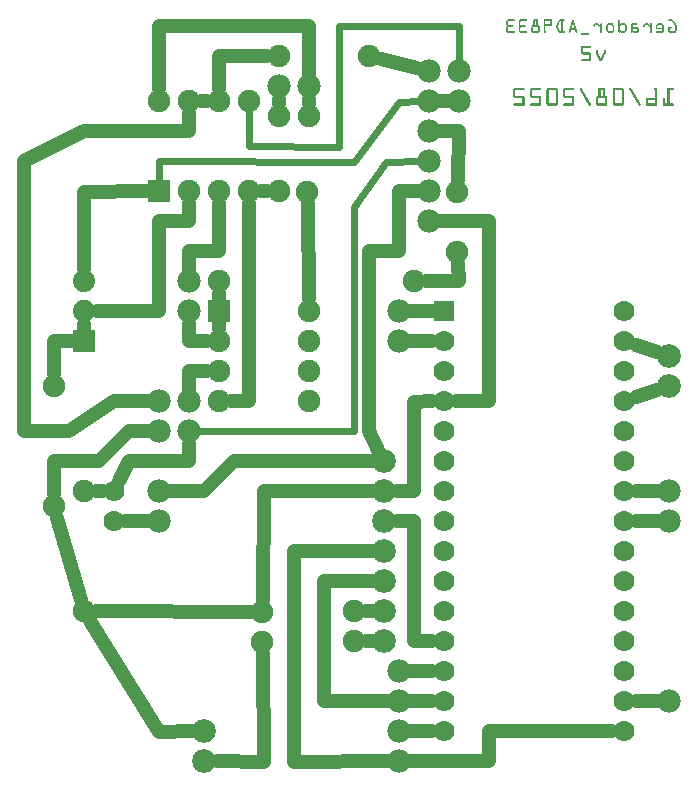
<source format=gbl>
G04 MADE WITH FRITZING*
G04 WWW.FRITZING.ORG*
G04 DOUBLE SIDED*
G04 HOLES PLATED*
G04 CONTOUR ON CENTER OF CONTOUR VECTOR*
%ASAXBY*%
%FSLAX23Y23*%
%MOIN*%
%OFA0B0*%
%SFA1.0B1.0*%
%ADD10C,0.078000*%
%ADD11C,0.075000*%
%ADD12C,0.070000*%
%ADD13C,0.074000*%
%ADD14C,0.079370*%
%ADD15R,0.075000X0.075000*%
%ADD16R,0.069972X0.070000*%
%ADD17C,0.024000*%
%ADD18C,0.048000*%
%ADD19R,0.001000X0.001000*%
%LNCOPPER0*%
G90*
G70*
G54D10*
X1501Y2280D03*
X1501Y2380D03*
G54D11*
X901Y2430D03*
X1201Y2430D03*
X701Y1580D03*
X1001Y1580D03*
X701Y1480D03*
X1001Y1480D03*
X701Y1380D03*
X1001Y1380D03*
X701Y1280D03*
X1001Y1280D03*
G54D10*
X501Y980D03*
X501Y880D03*
X601Y1180D03*
X601Y1280D03*
G54D11*
X501Y1980D03*
X501Y2280D03*
X601Y1980D03*
X601Y2280D03*
X701Y1980D03*
X701Y2280D03*
X801Y1980D03*
X801Y2280D03*
G54D10*
X601Y1580D03*
X601Y1680D03*
X501Y1280D03*
X501Y1180D03*
X901Y2330D03*
X1001Y2330D03*
X1301Y1480D03*
X1301Y1580D03*
X2201Y980D03*
X2201Y880D03*
X1301Y80D03*
X1301Y180D03*
X1301Y280D03*
X1301Y380D03*
G54D11*
X845Y579D03*
X1151Y580D03*
X845Y479D03*
X1151Y480D03*
X901Y1980D03*
X901Y2230D03*
X701Y1680D03*
X1351Y1680D03*
X995Y1979D03*
X1001Y2230D03*
X1495Y1779D03*
X1495Y1979D03*
G54D12*
X351Y980D03*
X351Y880D03*
G54D11*
X251Y980D03*
X251Y580D03*
G54D13*
X251Y1480D03*
X251Y1580D03*
X251Y1680D03*
G54D11*
X151Y1330D03*
X151Y930D03*
G54D10*
X2201Y280D03*
X1401Y1880D03*
X1401Y1980D03*
X1401Y2080D03*
X1401Y2180D03*
X1401Y2280D03*
X1401Y2380D03*
G54D12*
X1451Y1580D03*
X1451Y1480D03*
X1451Y1380D03*
X1451Y1280D03*
X1451Y1180D03*
X1451Y1080D03*
X1451Y980D03*
X1451Y880D03*
X1451Y780D03*
X1451Y680D03*
X1451Y580D03*
X1451Y480D03*
X1451Y380D03*
X1451Y280D03*
X1451Y180D03*
X2051Y1580D03*
X2051Y1480D03*
X2051Y1380D03*
X2051Y1280D03*
X2051Y1180D03*
X2051Y1080D03*
X2051Y980D03*
X2051Y880D03*
X2051Y780D03*
X2051Y680D03*
X2051Y580D03*
X2051Y480D03*
X2051Y380D03*
X2051Y280D03*
X2051Y180D03*
G54D14*
X1251Y480D03*
X1251Y580D03*
X1251Y680D03*
X1251Y780D03*
X1251Y880D03*
X1251Y980D03*
X1251Y1080D03*
X651Y180D03*
X651Y80D03*
X2201Y1430D03*
X2201Y1330D03*
G54D15*
X701Y1580D03*
X501Y1980D03*
G54D16*
X1451Y1580D03*
G54D17*
X1151Y1929D02*
X1152Y1181D01*
D02*
X1152Y1181D02*
X631Y1180D01*
D02*
X1371Y2080D02*
X1256Y2079D01*
D02*
X1256Y2079D02*
X1151Y1929D01*
G54D18*
D02*
X1239Y2421D02*
X1361Y2390D01*
D02*
X701Y2431D02*
X861Y2430D01*
D02*
X701Y2320D02*
X701Y2431D01*
G54D17*
D02*
X1501Y2530D02*
X1501Y2410D01*
D02*
X1100Y2530D02*
X1501Y2530D01*
D02*
X1101Y2129D02*
X1100Y2530D01*
D02*
X801Y2252D02*
X801Y2130D01*
D02*
X801Y2130D02*
X1101Y2129D01*
G54D18*
D02*
X1442Y2280D02*
X1459Y2280D01*
G54D17*
D02*
X501Y2081D02*
X501Y2009D01*
D02*
X1151Y2079D02*
X501Y2081D01*
D02*
X1371Y2280D02*
X1302Y2279D01*
D02*
X1302Y2279D02*
X1151Y2079D01*
G54D18*
D02*
X851Y981D02*
X1209Y980D01*
D02*
X846Y618D02*
X851Y981D01*
D02*
X1390Y1680D02*
X1500Y1681D01*
D02*
X1500Y1681D02*
X1497Y1739D01*
D02*
X1342Y180D02*
X1410Y180D01*
D02*
X601Y1321D02*
X600Y1380D01*
D02*
X600Y1380D02*
X661Y1380D01*
D02*
X1209Y580D02*
X1190Y580D01*
D02*
X806Y579D02*
X290Y580D01*
D02*
X2161Y1317D02*
X2089Y1293D01*
D02*
X701Y1941D02*
X701Y1780D01*
D02*
X701Y1780D02*
X600Y1780D01*
D02*
X600Y1780D02*
X601Y1721D01*
D02*
X2159Y980D02*
X2091Y980D01*
D02*
X1352Y881D02*
X1293Y881D01*
D02*
X1351Y480D02*
X1352Y881D01*
D02*
X1410Y480D02*
X1351Y480D01*
D02*
X2159Y280D02*
X2091Y280D01*
D02*
X1200Y1181D02*
X1232Y1118D01*
D02*
X1200Y1780D02*
X1200Y1181D01*
D02*
X1301Y1780D02*
X1200Y1780D01*
D02*
X1301Y1980D02*
X1301Y1780D01*
D02*
X1359Y1980D02*
X1301Y1980D01*
D02*
X901Y2289D02*
X901Y2270D01*
D02*
X801Y1281D02*
X801Y1941D01*
D02*
X740Y1280D02*
X801Y1281D01*
D02*
X1342Y380D02*
X1410Y380D01*
D02*
X1342Y1580D02*
X1410Y1580D01*
D02*
X996Y1939D02*
X1000Y1620D01*
D02*
X1051Y681D02*
X1209Y680D01*
D02*
X1051Y281D02*
X1051Y681D01*
D02*
X1259Y280D02*
X1051Y281D01*
D02*
X1600Y1280D02*
X1491Y1280D01*
D02*
X1600Y1880D02*
X1600Y1280D01*
D02*
X1442Y1880D02*
X1600Y1880D01*
D02*
X701Y1541D02*
X701Y1520D01*
D02*
X861Y1980D02*
X840Y1980D01*
D02*
X459Y880D02*
X388Y880D01*
D02*
X401Y1082D02*
X367Y1014D01*
D02*
X601Y1082D02*
X401Y1082D01*
D02*
X601Y1139D02*
X601Y1082D01*
D02*
X1001Y2289D02*
X1001Y2270D01*
D02*
X150Y1370D02*
X149Y1480D01*
D02*
X149Y1480D02*
X208Y1480D01*
D02*
X1601Y80D02*
X1601Y181D01*
D02*
X1601Y181D02*
X2010Y180D01*
D02*
X1342Y80D02*
X1601Y80D01*
D02*
X1209Y1080D02*
X751Y1080D01*
D02*
X751Y1080D02*
X652Y980D01*
D02*
X652Y980D02*
X542Y980D01*
D02*
X251Y1522D02*
X251Y1538D01*
D02*
X1342Y280D02*
X1410Y280D01*
D02*
X1209Y480D02*
X1190Y480D01*
D02*
X2159Y880D02*
X2091Y880D01*
D02*
X313Y980D02*
X290Y980D01*
D02*
X701Y1641D02*
X701Y1620D01*
D02*
X501Y179D02*
X272Y547D01*
D02*
X609Y180D02*
X501Y179D01*
D02*
X149Y1081D02*
X299Y1081D01*
D02*
X299Y1081D02*
X400Y1180D01*
D02*
X150Y970D02*
X149Y1081D01*
D02*
X400Y1180D02*
X459Y1180D01*
D02*
X1352Y981D02*
X1293Y981D01*
D02*
X1352Y1279D02*
X1352Y981D01*
D02*
X1410Y1280D02*
X1352Y1279D01*
D02*
X1496Y2018D02*
X1500Y2181D01*
D02*
X1500Y2181D02*
X1442Y2180D01*
D02*
X1342Y1480D02*
X1410Y1480D01*
D02*
X852Y79D02*
X693Y80D01*
D02*
X846Y439D02*
X852Y79D01*
D02*
X1001Y2530D02*
X1001Y2371D01*
D02*
X501Y2530D02*
X1001Y2530D01*
D02*
X501Y2320D02*
X501Y2530D01*
D02*
X250Y1722D02*
X249Y1979D01*
D02*
X249Y1979D02*
X461Y1980D01*
D02*
X640Y2280D02*
X661Y2280D01*
D02*
X601Y1941D02*
X601Y1881D01*
D02*
X601Y1881D02*
X500Y1881D01*
D02*
X500Y1881D02*
X500Y1580D01*
D02*
X500Y1580D02*
X293Y1580D01*
D02*
X202Y1180D02*
X50Y1180D01*
D02*
X50Y1180D02*
X50Y2081D01*
D02*
X351Y1280D02*
X202Y1180D01*
D02*
X50Y2081D02*
X250Y2180D01*
D02*
X459Y1280D02*
X351Y1280D01*
D02*
X250Y2180D02*
X601Y2180D01*
D02*
X601Y2180D02*
X601Y2241D01*
D02*
X950Y79D02*
X1259Y80D01*
D02*
X950Y780D02*
X950Y79D01*
D02*
X1209Y780D02*
X950Y780D01*
D02*
X240Y618D02*
X162Y892D01*
D02*
X601Y1539D02*
X600Y1480D01*
D02*
X600Y1480D02*
X661Y1480D01*
D02*
X2089Y1468D02*
X2161Y1443D01*
G54D19*
X1664Y2552D02*
X1684Y2552D01*
X1705Y2552D02*
X1726Y2552D01*
X1750Y2552D02*
X1762Y2552D01*
X1786Y2552D02*
X1809Y2552D01*
X1839Y2552D02*
X1850Y2552D01*
X1880Y2552D02*
X1880Y2552D01*
X2035Y2552D02*
X2035Y2552D01*
X2200Y2552D02*
X2210Y2552D01*
X1662Y2551D02*
X1686Y2551D01*
X1703Y2551D02*
X1728Y2551D01*
X1749Y2551D02*
X1763Y2551D01*
X1784Y2551D02*
X1810Y2551D01*
X1836Y2551D02*
X1852Y2551D01*
X1878Y2551D02*
X1882Y2551D01*
X2033Y2551D02*
X2036Y2551D01*
X2199Y2551D02*
X2213Y2551D01*
X1661Y2550D02*
X1687Y2550D01*
X1702Y2550D02*
X1728Y2550D01*
X1748Y2550D02*
X1764Y2550D01*
X1784Y2550D02*
X1811Y2550D01*
X1835Y2550D02*
X1852Y2550D01*
X1878Y2550D02*
X1883Y2550D01*
X2032Y2550D02*
X2037Y2550D01*
X2198Y2550D02*
X2214Y2550D01*
X1660Y2549D02*
X1687Y2549D01*
X1701Y2549D02*
X1728Y2549D01*
X1748Y2549D02*
X1764Y2549D01*
X1784Y2549D02*
X1811Y2549D01*
X1833Y2549D02*
X1853Y2549D01*
X1878Y2549D02*
X1883Y2549D01*
X2032Y2549D02*
X2037Y2549D01*
X2198Y2549D02*
X2215Y2549D01*
X1659Y2548D02*
X1686Y2548D01*
X1701Y2548D02*
X1728Y2548D01*
X1748Y2548D02*
X1764Y2548D01*
X1784Y2548D02*
X1811Y2548D01*
X1833Y2548D02*
X1852Y2548D01*
X1877Y2548D02*
X1883Y2548D01*
X2032Y2548D02*
X2037Y2548D01*
X2198Y2548D02*
X2216Y2548D01*
X1659Y2547D02*
X1686Y2547D01*
X1701Y2547D02*
X1727Y2547D01*
X1748Y2547D02*
X1764Y2547D01*
X1784Y2547D02*
X1811Y2547D01*
X1832Y2547D02*
X1851Y2547D01*
X1877Y2547D02*
X1883Y2547D01*
X2032Y2547D02*
X2037Y2547D01*
X2199Y2547D02*
X2217Y2547D01*
X1659Y2546D02*
X1664Y2546D01*
X1701Y2546D02*
X1706Y2546D01*
X1748Y2546D02*
X1753Y2546D01*
X1759Y2546D02*
X1764Y2546D01*
X1784Y2546D02*
X1788Y2546D01*
X1806Y2546D02*
X1811Y2546D01*
X1832Y2546D02*
X1838Y2546D01*
X1842Y2546D02*
X1847Y2546D01*
X1877Y2546D02*
X1884Y2546D01*
X2032Y2546D02*
X2037Y2546D01*
X2211Y2546D02*
X2218Y2546D01*
X1659Y2545D02*
X1664Y2545D01*
X1701Y2545D02*
X1705Y2545D01*
X1748Y2545D02*
X1753Y2545D01*
X1759Y2545D02*
X1764Y2545D01*
X1784Y2545D02*
X1788Y2545D01*
X1806Y2545D02*
X1811Y2545D01*
X1831Y2545D02*
X1837Y2545D01*
X1842Y2545D02*
X1847Y2545D01*
X1877Y2545D02*
X1884Y2545D01*
X2032Y2545D02*
X2037Y2545D01*
X2212Y2545D02*
X2218Y2545D01*
X1659Y2544D02*
X1664Y2544D01*
X1701Y2544D02*
X1705Y2544D01*
X1748Y2544D02*
X1753Y2544D01*
X1759Y2544D02*
X1764Y2544D01*
X1784Y2544D02*
X1788Y2544D01*
X1806Y2544D02*
X1811Y2544D01*
X1831Y2544D02*
X1836Y2544D01*
X1842Y2544D02*
X1847Y2544D01*
X1876Y2544D02*
X1884Y2544D01*
X2032Y2544D02*
X2037Y2544D01*
X2213Y2544D02*
X2219Y2544D01*
X1659Y2543D02*
X1664Y2543D01*
X1701Y2543D02*
X1705Y2543D01*
X1748Y2543D02*
X1753Y2543D01*
X1759Y2543D02*
X1764Y2543D01*
X1784Y2543D02*
X1788Y2543D01*
X1806Y2543D02*
X1811Y2543D01*
X1830Y2543D02*
X1836Y2543D01*
X1842Y2543D02*
X1847Y2543D01*
X1876Y2543D02*
X1885Y2543D01*
X2032Y2543D02*
X2037Y2543D01*
X2214Y2543D02*
X2220Y2543D01*
X1659Y2542D02*
X1664Y2542D01*
X1701Y2542D02*
X1705Y2542D01*
X1748Y2542D02*
X1753Y2542D01*
X1759Y2542D02*
X1764Y2542D01*
X1784Y2542D02*
X1788Y2542D01*
X1806Y2542D02*
X1811Y2542D01*
X1830Y2542D02*
X1835Y2542D01*
X1842Y2542D02*
X1847Y2542D01*
X1876Y2542D02*
X1885Y2542D01*
X2032Y2542D02*
X2037Y2542D01*
X2214Y2542D02*
X2221Y2542D01*
X1659Y2541D02*
X1664Y2541D01*
X1701Y2541D02*
X1705Y2541D01*
X1748Y2541D02*
X1753Y2541D01*
X1759Y2541D02*
X1764Y2541D01*
X1784Y2541D02*
X1788Y2541D01*
X1806Y2541D02*
X1811Y2541D01*
X1829Y2541D02*
X1835Y2541D01*
X1842Y2541D02*
X1847Y2541D01*
X1875Y2541D02*
X1885Y2541D01*
X2032Y2541D02*
X2037Y2541D01*
X2215Y2541D02*
X2221Y2541D01*
X1659Y2540D02*
X1664Y2540D01*
X1701Y2540D02*
X1705Y2540D01*
X1748Y2540D02*
X1753Y2540D01*
X1759Y2540D02*
X1764Y2540D01*
X1784Y2540D02*
X1788Y2540D01*
X1806Y2540D02*
X1811Y2540D01*
X1829Y2540D02*
X1834Y2540D01*
X1842Y2540D02*
X1847Y2540D01*
X1875Y2540D02*
X1885Y2540D01*
X2032Y2540D02*
X2037Y2540D01*
X2216Y2540D02*
X2222Y2540D01*
X1659Y2539D02*
X1664Y2539D01*
X1701Y2539D02*
X1705Y2539D01*
X1748Y2539D02*
X1753Y2539D01*
X1759Y2539D02*
X1764Y2539D01*
X1784Y2539D02*
X1788Y2539D01*
X1806Y2539D02*
X1811Y2539D01*
X1828Y2539D02*
X1834Y2539D01*
X1842Y2539D02*
X1847Y2539D01*
X1875Y2539D02*
X1886Y2539D01*
X1954Y2539D02*
X1965Y2539D01*
X1973Y2539D02*
X1976Y2539D01*
X1998Y2539D02*
X2012Y2539D01*
X2032Y2539D02*
X2037Y2539D01*
X2042Y2539D02*
X2053Y2539D01*
X2079Y2539D02*
X2095Y2539D01*
X2120Y2539D02*
X2131Y2539D01*
X2139Y2539D02*
X2142Y2539D01*
X2163Y2539D02*
X2177Y2539D01*
X2217Y2539D02*
X2223Y2539D01*
X1659Y2538D02*
X1664Y2538D01*
X1701Y2538D02*
X1705Y2538D01*
X1748Y2538D02*
X1753Y2538D01*
X1759Y2538D02*
X1764Y2538D01*
X1784Y2538D02*
X1788Y2538D01*
X1806Y2538D02*
X1811Y2538D01*
X1828Y2538D02*
X1833Y2538D01*
X1842Y2538D02*
X1847Y2538D01*
X1874Y2538D02*
X1886Y2538D01*
X1953Y2538D02*
X1966Y2538D01*
X1972Y2538D02*
X1977Y2538D01*
X1996Y2538D02*
X2013Y2538D01*
X2032Y2538D02*
X2037Y2538D01*
X2040Y2538D02*
X2055Y2538D01*
X2078Y2538D02*
X2095Y2538D01*
X2118Y2538D02*
X2132Y2538D01*
X2138Y2538D02*
X2143Y2538D01*
X2162Y2538D02*
X2179Y2538D01*
X2217Y2538D02*
X2224Y2538D01*
X1659Y2537D02*
X1664Y2537D01*
X1701Y2537D02*
X1705Y2537D01*
X1748Y2537D02*
X1753Y2537D01*
X1759Y2537D02*
X1764Y2537D01*
X1784Y2537D02*
X1811Y2537D01*
X1827Y2537D02*
X1833Y2537D01*
X1842Y2537D02*
X1847Y2537D01*
X1874Y2537D02*
X1879Y2537D01*
X1881Y2537D02*
X1886Y2537D01*
X1952Y2537D02*
X1967Y2537D01*
X1972Y2537D02*
X1977Y2537D01*
X1995Y2537D02*
X2014Y2537D01*
X2032Y2537D02*
X2037Y2537D01*
X2039Y2537D02*
X2056Y2537D01*
X2077Y2537D02*
X2096Y2537D01*
X2117Y2537D02*
X2133Y2537D01*
X2138Y2537D02*
X2143Y2537D01*
X2161Y2537D02*
X2180Y2537D01*
X2218Y2537D02*
X2224Y2537D01*
X1659Y2536D02*
X1664Y2536D01*
X1701Y2536D02*
X1705Y2536D01*
X1748Y2536D02*
X1753Y2536D01*
X1759Y2536D02*
X1764Y2536D01*
X1784Y2536D02*
X1811Y2536D01*
X1827Y2536D02*
X1832Y2536D01*
X1842Y2536D02*
X1847Y2536D01*
X1874Y2536D02*
X1879Y2536D01*
X1882Y2536D02*
X1887Y2536D01*
X1951Y2536D02*
X1968Y2536D01*
X1972Y2536D02*
X1977Y2536D01*
X1994Y2536D02*
X2015Y2536D01*
X2032Y2536D02*
X2057Y2536D01*
X2076Y2536D02*
X2095Y2536D01*
X2117Y2536D02*
X2134Y2536D01*
X2138Y2536D02*
X2143Y2536D01*
X2160Y2536D02*
X2181Y2536D01*
X2219Y2536D02*
X2225Y2536D01*
X1659Y2535D02*
X1664Y2535D01*
X1701Y2535D02*
X1706Y2535D01*
X1748Y2535D02*
X1753Y2535D01*
X1759Y2535D02*
X1764Y2535D01*
X1784Y2535D02*
X1811Y2535D01*
X1826Y2535D02*
X1832Y2535D01*
X1842Y2535D02*
X1847Y2535D01*
X1874Y2535D02*
X1879Y2535D01*
X1882Y2535D02*
X1887Y2535D01*
X1950Y2535D02*
X1970Y2535D01*
X1972Y2535D02*
X1977Y2535D01*
X1993Y2535D02*
X2016Y2535D01*
X2032Y2535D02*
X2058Y2535D01*
X2075Y2535D02*
X2095Y2535D01*
X2116Y2535D02*
X2135Y2535D01*
X2138Y2535D02*
X2143Y2535D01*
X2159Y2535D02*
X2182Y2535D01*
X2220Y2535D02*
X2225Y2535D01*
X1659Y2534D02*
X1665Y2534D01*
X1701Y2534D02*
X1706Y2534D01*
X1748Y2534D02*
X1753Y2534D01*
X1759Y2534D02*
X1764Y2534D01*
X1784Y2534D02*
X1811Y2534D01*
X1826Y2534D02*
X1831Y2534D01*
X1842Y2534D02*
X1847Y2534D01*
X1873Y2534D02*
X1878Y2534D01*
X1882Y2534D02*
X1887Y2534D01*
X1950Y2534D02*
X1956Y2534D01*
X1963Y2534D02*
X1977Y2534D01*
X1992Y2534D02*
X2000Y2534D01*
X2009Y2534D02*
X2017Y2534D01*
X2032Y2534D02*
X2044Y2534D01*
X2051Y2534D02*
X2059Y2534D01*
X2075Y2534D02*
X2081Y2534D01*
X2116Y2534D02*
X2122Y2534D01*
X2129Y2534D02*
X2143Y2534D01*
X2158Y2534D02*
X2166Y2534D01*
X2175Y2534D02*
X2183Y2534D01*
X2220Y2534D02*
X2225Y2534D01*
X1660Y2533D02*
X1666Y2533D01*
X1701Y2533D02*
X1707Y2533D01*
X1748Y2533D02*
X1753Y2533D01*
X1759Y2533D02*
X1764Y2533D01*
X1784Y2533D02*
X1811Y2533D01*
X1825Y2533D02*
X1831Y2533D01*
X1842Y2533D02*
X1847Y2533D01*
X1873Y2533D02*
X1878Y2533D01*
X1882Y2533D02*
X1888Y2533D01*
X1950Y2533D02*
X1955Y2533D01*
X1964Y2533D02*
X1977Y2533D01*
X1992Y2533D02*
X1998Y2533D01*
X2011Y2533D02*
X2018Y2533D01*
X2032Y2533D02*
X2042Y2533D01*
X2053Y2533D02*
X2059Y2533D01*
X2075Y2533D02*
X2080Y2533D01*
X2115Y2533D02*
X2121Y2533D01*
X2130Y2533D02*
X2143Y2533D01*
X2157Y2533D02*
X2164Y2533D01*
X2177Y2533D02*
X2183Y2533D01*
X2221Y2533D02*
X2226Y2533D01*
X1660Y2532D02*
X1680Y2532D01*
X1701Y2532D02*
X1721Y2532D01*
X1745Y2532D02*
X1766Y2532D01*
X1784Y2532D02*
X1809Y2532D01*
X1825Y2532D02*
X1830Y2532D01*
X1842Y2532D02*
X1847Y2532D01*
X1873Y2532D02*
X1878Y2532D01*
X1883Y2532D02*
X1888Y2532D01*
X1949Y2532D02*
X1954Y2532D01*
X1965Y2532D02*
X1977Y2532D01*
X1991Y2532D02*
X1997Y2532D01*
X2012Y2532D02*
X2018Y2532D01*
X2032Y2532D02*
X2041Y2532D01*
X2054Y2532D02*
X2060Y2532D01*
X2075Y2532D02*
X2079Y2532D01*
X2115Y2532D02*
X2120Y2532D01*
X2131Y2532D02*
X2143Y2532D01*
X2157Y2532D02*
X2163Y2532D01*
X2178Y2532D02*
X2184Y2532D01*
X2221Y2532D02*
X2226Y2532D01*
X1661Y2531D02*
X1681Y2531D01*
X1702Y2531D02*
X1722Y2531D01*
X1744Y2531D02*
X1768Y2531D01*
X1784Y2531D02*
X1788Y2531D01*
X1825Y2531D02*
X1830Y2531D01*
X1842Y2531D02*
X1847Y2531D01*
X1872Y2531D02*
X1877Y2531D01*
X1883Y2531D02*
X1888Y2531D01*
X1949Y2531D02*
X1954Y2531D01*
X1966Y2531D02*
X1977Y2531D01*
X1991Y2531D02*
X1996Y2531D01*
X2013Y2531D02*
X2018Y2531D01*
X2032Y2531D02*
X2040Y2531D01*
X2055Y2531D02*
X2060Y2531D01*
X2074Y2531D02*
X2079Y2531D01*
X2115Y2531D02*
X2120Y2531D01*
X2132Y2531D02*
X2143Y2531D01*
X2157Y2531D02*
X2162Y2531D01*
X2179Y2531D02*
X2184Y2531D01*
X2221Y2531D02*
X2226Y2531D01*
X1661Y2530D02*
X1681Y2530D01*
X1703Y2530D02*
X1722Y2530D01*
X1743Y2530D02*
X1769Y2530D01*
X1784Y2530D02*
X1788Y2530D01*
X1825Y2530D02*
X1830Y2530D01*
X1842Y2530D02*
X1847Y2530D01*
X1872Y2530D02*
X1877Y2530D01*
X1883Y2530D02*
X1888Y2530D01*
X1949Y2530D02*
X1954Y2530D01*
X1967Y2530D02*
X1977Y2530D01*
X1991Y2530D02*
X1996Y2530D01*
X2014Y2530D02*
X2018Y2530D01*
X2032Y2530D02*
X2039Y2530D01*
X2055Y2530D02*
X2060Y2530D01*
X2074Y2530D02*
X2079Y2530D01*
X2115Y2530D02*
X2120Y2530D01*
X2133Y2530D02*
X2143Y2530D01*
X2157Y2530D02*
X2162Y2530D01*
X2179Y2530D02*
X2184Y2530D01*
X2221Y2530D02*
X2226Y2530D01*
X1661Y2529D02*
X1681Y2529D01*
X1702Y2529D02*
X1722Y2529D01*
X1743Y2529D02*
X1769Y2529D01*
X1784Y2529D02*
X1788Y2529D01*
X1825Y2529D02*
X1830Y2529D01*
X1842Y2529D02*
X1847Y2529D01*
X1872Y2529D02*
X1877Y2529D01*
X1884Y2529D02*
X1889Y2529D01*
X1950Y2529D02*
X1954Y2529D01*
X1969Y2529D02*
X1977Y2529D01*
X1991Y2529D02*
X1996Y2529D01*
X2014Y2529D02*
X2018Y2529D01*
X2032Y2529D02*
X2038Y2529D01*
X2055Y2529D02*
X2060Y2529D01*
X2074Y2529D02*
X2079Y2529D01*
X2115Y2529D02*
X2120Y2529D01*
X2134Y2529D02*
X2143Y2529D01*
X2157Y2529D02*
X2161Y2529D01*
X2179Y2529D02*
X2184Y2529D01*
X2221Y2529D02*
X2226Y2529D01*
X1660Y2528D02*
X1680Y2528D01*
X1702Y2528D02*
X1722Y2528D01*
X1742Y2528D02*
X1770Y2528D01*
X1784Y2528D02*
X1788Y2528D01*
X1825Y2528D02*
X1830Y2528D01*
X1842Y2528D02*
X1847Y2528D01*
X1872Y2528D02*
X1877Y2528D01*
X1884Y2528D02*
X1889Y2528D01*
X1950Y2528D02*
X1953Y2528D01*
X1970Y2528D02*
X1977Y2528D01*
X1991Y2528D02*
X1996Y2528D01*
X2014Y2528D02*
X2018Y2528D01*
X2032Y2528D02*
X2037Y2528D01*
X2055Y2528D02*
X2060Y2528D01*
X2074Y2528D02*
X2079Y2528D01*
X2116Y2528D02*
X2119Y2528D01*
X2136Y2528D02*
X2143Y2528D01*
X2157Y2528D02*
X2161Y2528D01*
X2179Y2528D02*
X2184Y2528D01*
X2221Y2528D02*
X2226Y2528D01*
X1660Y2527D02*
X1679Y2527D01*
X1701Y2527D02*
X1720Y2527D01*
X1742Y2527D02*
X1770Y2527D01*
X1784Y2527D02*
X1788Y2527D01*
X1825Y2527D02*
X1830Y2527D01*
X1842Y2527D02*
X1847Y2527D01*
X1871Y2527D02*
X1876Y2527D01*
X1884Y2527D02*
X1889Y2527D01*
X1952Y2527D02*
X1952Y2527D01*
X1971Y2527D02*
X1977Y2527D01*
X1991Y2527D02*
X1996Y2527D01*
X2014Y2527D02*
X2018Y2527D01*
X2032Y2527D02*
X2037Y2527D01*
X2055Y2527D02*
X2060Y2527D01*
X2074Y2527D02*
X2096Y2527D01*
X2117Y2527D02*
X2118Y2527D01*
X2137Y2527D02*
X2143Y2527D01*
X2157Y2527D02*
X2161Y2527D01*
X2179Y2527D02*
X2184Y2527D01*
X2198Y2527D02*
X2210Y2527D01*
X2221Y2527D02*
X2226Y2527D01*
X1659Y2526D02*
X1665Y2526D01*
X1701Y2526D02*
X1706Y2526D01*
X1742Y2526D02*
X1747Y2526D01*
X1765Y2526D02*
X1770Y2526D01*
X1784Y2526D02*
X1788Y2526D01*
X1826Y2526D02*
X1831Y2526D01*
X1842Y2526D02*
X1847Y2526D01*
X1871Y2526D02*
X1876Y2526D01*
X1885Y2526D02*
X1890Y2526D01*
X1972Y2526D02*
X1977Y2526D01*
X1991Y2526D02*
X1996Y2526D01*
X2014Y2526D02*
X2018Y2526D01*
X2032Y2526D02*
X2037Y2526D01*
X2055Y2526D02*
X2060Y2526D01*
X2074Y2526D02*
X2098Y2526D01*
X2138Y2526D02*
X2143Y2526D01*
X2157Y2526D02*
X2161Y2526D01*
X2179Y2526D02*
X2184Y2526D01*
X2198Y2526D02*
X2211Y2526D01*
X2221Y2526D02*
X2226Y2526D01*
X1659Y2525D02*
X1664Y2525D01*
X1701Y2525D02*
X1706Y2525D01*
X1742Y2525D02*
X1747Y2525D01*
X1765Y2525D02*
X1770Y2525D01*
X1784Y2525D02*
X1788Y2525D01*
X1826Y2525D02*
X1831Y2525D01*
X1842Y2525D02*
X1847Y2525D01*
X1871Y2525D02*
X1876Y2525D01*
X1885Y2525D02*
X1890Y2525D01*
X1972Y2525D02*
X1977Y2525D01*
X1991Y2525D02*
X1996Y2525D01*
X2014Y2525D02*
X2018Y2525D01*
X2032Y2525D02*
X2037Y2525D01*
X2055Y2525D02*
X2060Y2525D01*
X2074Y2525D02*
X2099Y2525D01*
X2138Y2525D02*
X2143Y2525D01*
X2157Y2525D02*
X2184Y2525D01*
X2198Y2525D02*
X2211Y2525D01*
X2221Y2525D02*
X2226Y2525D01*
X1659Y2524D02*
X1664Y2524D01*
X1701Y2524D02*
X1705Y2524D01*
X1742Y2524D02*
X1747Y2524D01*
X1765Y2524D02*
X1770Y2524D01*
X1784Y2524D02*
X1788Y2524D01*
X1826Y2524D02*
X1832Y2524D01*
X1842Y2524D02*
X1847Y2524D01*
X1870Y2524D02*
X1875Y2524D01*
X1885Y2524D02*
X1890Y2524D01*
X1972Y2524D02*
X1977Y2524D01*
X1991Y2524D02*
X1996Y2524D01*
X2014Y2524D02*
X2018Y2524D01*
X2032Y2524D02*
X2037Y2524D01*
X2055Y2524D02*
X2060Y2524D01*
X2074Y2524D02*
X2100Y2524D01*
X2138Y2524D02*
X2143Y2524D01*
X2157Y2524D02*
X2184Y2524D01*
X2198Y2524D02*
X2211Y2524D01*
X2221Y2524D02*
X2226Y2524D01*
X1659Y2523D02*
X1664Y2523D01*
X1701Y2523D02*
X1705Y2523D01*
X1742Y2523D02*
X1747Y2523D01*
X1765Y2523D02*
X1770Y2523D01*
X1784Y2523D02*
X1788Y2523D01*
X1827Y2523D02*
X1832Y2523D01*
X1842Y2523D02*
X1847Y2523D01*
X1870Y2523D02*
X1876Y2523D01*
X1885Y2523D02*
X1890Y2523D01*
X1972Y2523D02*
X1977Y2523D01*
X1991Y2523D02*
X1996Y2523D01*
X2014Y2523D02*
X2018Y2523D01*
X2032Y2523D02*
X2037Y2523D01*
X2055Y2523D02*
X2060Y2523D01*
X2074Y2523D02*
X2100Y2523D01*
X2138Y2523D02*
X2143Y2523D01*
X2157Y2523D02*
X2184Y2523D01*
X2198Y2523D02*
X2211Y2523D01*
X2221Y2523D02*
X2226Y2523D01*
X1659Y2522D02*
X1664Y2522D01*
X1701Y2522D02*
X1705Y2522D01*
X1742Y2522D02*
X1747Y2522D01*
X1765Y2522D02*
X1770Y2522D01*
X1784Y2522D02*
X1788Y2522D01*
X1827Y2522D02*
X1833Y2522D01*
X1842Y2522D02*
X1847Y2522D01*
X1870Y2522D02*
X1891Y2522D01*
X1972Y2522D02*
X1977Y2522D01*
X1991Y2522D02*
X1996Y2522D01*
X2014Y2522D02*
X2018Y2522D01*
X2032Y2522D02*
X2037Y2522D01*
X2055Y2522D02*
X2060Y2522D01*
X2074Y2522D02*
X2101Y2522D01*
X2138Y2522D02*
X2143Y2522D01*
X2157Y2522D02*
X2184Y2522D01*
X2198Y2522D02*
X2208Y2522D01*
X2221Y2522D02*
X2226Y2522D01*
X1659Y2521D02*
X1664Y2521D01*
X1701Y2521D02*
X1705Y2521D01*
X1742Y2521D02*
X1747Y2521D01*
X1765Y2521D02*
X1770Y2521D01*
X1784Y2521D02*
X1788Y2521D01*
X1828Y2521D02*
X1833Y2521D01*
X1842Y2521D02*
X1847Y2521D01*
X1870Y2521D02*
X1891Y2521D01*
X1972Y2521D02*
X1977Y2521D01*
X1991Y2521D02*
X1996Y2521D01*
X2014Y2521D02*
X2018Y2521D01*
X2032Y2521D02*
X2037Y2521D01*
X2055Y2521D02*
X2060Y2521D01*
X2074Y2521D02*
X2080Y2521D01*
X2096Y2521D02*
X2101Y2521D01*
X2138Y2521D02*
X2143Y2521D01*
X2157Y2521D02*
X2184Y2521D01*
X2198Y2521D02*
X2203Y2521D01*
X2221Y2521D02*
X2226Y2521D01*
X1659Y2520D02*
X1664Y2520D01*
X1701Y2520D02*
X1705Y2520D01*
X1742Y2520D02*
X1747Y2520D01*
X1765Y2520D02*
X1770Y2520D01*
X1784Y2520D02*
X1788Y2520D01*
X1828Y2520D02*
X1834Y2520D01*
X1842Y2520D02*
X1847Y2520D01*
X1869Y2520D02*
X1891Y2520D01*
X1972Y2520D02*
X1977Y2520D01*
X1991Y2520D02*
X1996Y2520D01*
X2014Y2520D02*
X2018Y2520D01*
X2032Y2520D02*
X2037Y2520D01*
X2055Y2520D02*
X2060Y2520D01*
X2074Y2520D02*
X2079Y2520D01*
X2096Y2520D02*
X2101Y2520D01*
X2138Y2520D02*
X2143Y2520D01*
X2158Y2520D02*
X2184Y2520D01*
X2198Y2520D02*
X2203Y2520D01*
X2221Y2520D02*
X2226Y2520D01*
X1659Y2519D02*
X1664Y2519D01*
X1701Y2519D02*
X1705Y2519D01*
X1742Y2519D02*
X1747Y2519D01*
X1765Y2519D02*
X1770Y2519D01*
X1784Y2519D02*
X1788Y2519D01*
X1829Y2519D02*
X1834Y2519D01*
X1842Y2519D02*
X1847Y2519D01*
X1869Y2519D02*
X1892Y2519D01*
X1972Y2519D02*
X1977Y2519D01*
X1991Y2519D02*
X1996Y2519D01*
X2014Y2519D02*
X2018Y2519D01*
X2032Y2519D02*
X2037Y2519D01*
X2055Y2519D02*
X2060Y2519D01*
X2074Y2519D02*
X2079Y2519D01*
X2096Y2519D02*
X2101Y2519D01*
X2138Y2519D02*
X2143Y2519D01*
X2179Y2519D02*
X2184Y2519D01*
X2198Y2519D02*
X2203Y2519D01*
X2221Y2519D02*
X2226Y2519D01*
X1659Y2518D02*
X1664Y2518D01*
X1701Y2518D02*
X1705Y2518D01*
X1742Y2518D02*
X1747Y2518D01*
X1765Y2518D02*
X1770Y2518D01*
X1784Y2518D02*
X1788Y2518D01*
X1829Y2518D02*
X1835Y2518D01*
X1842Y2518D02*
X1847Y2518D01*
X1869Y2518D02*
X1892Y2518D01*
X1972Y2518D02*
X1977Y2518D01*
X1991Y2518D02*
X1996Y2518D01*
X2014Y2518D02*
X2018Y2518D01*
X2032Y2518D02*
X2038Y2518D01*
X2055Y2518D02*
X2060Y2518D01*
X2074Y2518D02*
X2079Y2518D01*
X2096Y2518D02*
X2101Y2518D01*
X2138Y2518D02*
X2143Y2518D01*
X2179Y2518D02*
X2184Y2518D01*
X2198Y2518D02*
X2203Y2518D01*
X2221Y2518D02*
X2226Y2518D01*
X1659Y2517D02*
X1664Y2517D01*
X1701Y2517D02*
X1705Y2517D01*
X1742Y2517D02*
X1747Y2517D01*
X1765Y2517D02*
X1770Y2517D01*
X1784Y2517D02*
X1788Y2517D01*
X1830Y2517D02*
X1835Y2517D01*
X1842Y2517D02*
X1847Y2517D01*
X1868Y2517D02*
X1874Y2517D01*
X1887Y2517D02*
X1892Y2517D01*
X1972Y2517D02*
X1977Y2517D01*
X1991Y2517D02*
X1996Y2517D01*
X2013Y2517D02*
X2018Y2517D01*
X2032Y2517D02*
X2039Y2517D01*
X2055Y2517D02*
X2060Y2517D01*
X2074Y2517D02*
X2079Y2517D01*
X2096Y2517D02*
X2101Y2517D01*
X2138Y2517D02*
X2143Y2517D01*
X2179Y2517D02*
X2184Y2517D01*
X2198Y2517D02*
X2203Y2517D01*
X2221Y2517D02*
X2226Y2517D01*
X1659Y2516D02*
X1664Y2516D01*
X1701Y2516D02*
X1705Y2516D01*
X1742Y2516D02*
X1747Y2516D01*
X1765Y2516D02*
X1770Y2516D01*
X1784Y2516D02*
X1788Y2516D01*
X1830Y2516D02*
X1836Y2516D01*
X1842Y2516D02*
X1847Y2516D01*
X1868Y2516D02*
X1873Y2516D01*
X1887Y2516D02*
X1893Y2516D01*
X1972Y2516D02*
X1977Y2516D01*
X1991Y2516D02*
X1996Y2516D01*
X2013Y2516D02*
X2018Y2516D01*
X2032Y2516D02*
X2041Y2516D01*
X2054Y2516D02*
X2060Y2516D01*
X2074Y2516D02*
X2080Y2516D01*
X2096Y2516D02*
X2101Y2516D01*
X2138Y2516D02*
X2143Y2516D01*
X2179Y2516D02*
X2184Y2516D01*
X2198Y2516D02*
X2203Y2516D01*
X2221Y2516D02*
X2226Y2516D01*
X1659Y2515D02*
X1664Y2515D01*
X1701Y2515D02*
X1705Y2515D01*
X1742Y2515D02*
X1747Y2515D01*
X1765Y2515D02*
X1770Y2515D01*
X1784Y2515D02*
X1788Y2515D01*
X1831Y2515D02*
X1836Y2515D01*
X1842Y2515D02*
X1847Y2515D01*
X1868Y2515D02*
X1873Y2515D01*
X1888Y2515D02*
X1893Y2515D01*
X1972Y2515D02*
X1977Y2515D01*
X1991Y2515D02*
X1997Y2515D01*
X2012Y2515D02*
X2018Y2515D01*
X2032Y2515D02*
X2042Y2515D01*
X2053Y2515D02*
X2059Y2515D01*
X2074Y2515D02*
X2082Y2515D01*
X2096Y2515D02*
X2101Y2515D01*
X2138Y2515D02*
X2143Y2515D01*
X2178Y2515D02*
X2184Y2515D01*
X2198Y2515D02*
X2203Y2515D01*
X2221Y2515D02*
X2226Y2515D01*
X1659Y2514D02*
X1664Y2514D01*
X1701Y2514D02*
X1705Y2514D01*
X1742Y2514D02*
X1747Y2514D01*
X1765Y2514D02*
X1770Y2514D01*
X1784Y2514D02*
X1788Y2514D01*
X1831Y2514D02*
X1837Y2514D01*
X1842Y2514D02*
X1847Y2514D01*
X1867Y2514D02*
X1872Y2514D01*
X1888Y2514D02*
X1893Y2514D01*
X1972Y2514D02*
X1977Y2514D01*
X1992Y2514D02*
X1999Y2514D01*
X2011Y2514D02*
X2018Y2514D01*
X2032Y2514D02*
X2043Y2514D01*
X2052Y2514D02*
X2059Y2514D01*
X2074Y2514D02*
X2084Y2514D01*
X2096Y2514D02*
X2101Y2514D01*
X2138Y2514D02*
X2143Y2514D01*
X2177Y2514D02*
X2183Y2514D01*
X2198Y2514D02*
X2204Y2514D01*
X2220Y2514D02*
X2225Y2514D01*
X1659Y2513D02*
X1685Y2513D01*
X1701Y2513D02*
X1726Y2513D01*
X1742Y2513D02*
X1770Y2513D01*
X1784Y2513D02*
X1789Y2513D01*
X1832Y2513D02*
X1851Y2513D01*
X1867Y2513D02*
X1872Y2513D01*
X1888Y2513D02*
X1893Y2513D01*
X1972Y2513D02*
X1977Y2513D01*
X1992Y2513D02*
X2017Y2513D01*
X2032Y2513D02*
X2058Y2513D01*
X2074Y2513D02*
X2101Y2513D01*
X2138Y2513D02*
X2143Y2513D01*
X2159Y2513D02*
X2183Y2513D01*
X2199Y2513D02*
X2225Y2513D01*
X1659Y2512D02*
X1686Y2512D01*
X1701Y2512D02*
X1728Y2512D01*
X1742Y2512D02*
X1769Y2512D01*
X1784Y2512D02*
X1791Y2512D01*
X1832Y2512D02*
X1852Y2512D01*
X1867Y2512D02*
X1872Y2512D01*
X1889Y2512D02*
X1894Y2512D01*
X1972Y2512D02*
X1977Y2512D01*
X1993Y2512D02*
X2016Y2512D01*
X2032Y2512D02*
X2058Y2512D01*
X2074Y2512D02*
X2100Y2512D01*
X2138Y2512D02*
X2143Y2512D01*
X2157Y2512D02*
X2182Y2512D01*
X2199Y2512D02*
X2225Y2512D01*
X1660Y2511D02*
X1687Y2511D01*
X1701Y2511D02*
X1728Y2511D01*
X1743Y2511D02*
X1769Y2511D01*
X1784Y2511D02*
X1791Y2511D01*
X1833Y2511D02*
X1852Y2511D01*
X1867Y2511D02*
X1872Y2511D01*
X1889Y2511D02*
X1894Y2511D01*
X1972Y2511D02*
X1977Y2511D01*
X1994Y2511D02*
X2015Y2511D01*
X2032Y2511D02*
X2057Y2511D01*
X2074Y2511D02*
X2100Y2511D01*
X2138Y2511D02*
X2143Y2511D01*
X2157Y2511D02*
X2181Y2511D01*
X2200Y2511D02*
X2224Y2511D01*
X1660Y2510D02*
X1687Y2510D01*
X1702Y2510D02*
X1728Y2510D01*
X1743Y2510D02*
X1769Y2510D01*
X1784Y2510D02*
X1791Y2510D01*
X1834Y2510D02*
X1852Y2510D01*
X1866Y2510D02*
X1871Y2510D01*
X1889Y2510D02*
X1894Y2510D01*
X1972Y2510D02*
X1977Y2510D01*
X1995Y2510D02*
X2014Y2510D01*
X2032Y2510D02*
X2037Y2510D01*
X2039Y2510D02*
X2055Y2510D01*
X2074Y2510D02*
X2099Y2510D01*
X2138Y2510D02*
X2143Y2510D01*
X2157Y2510D02*
X2180Y2510D01*
X2201Y2510D02*
X2223Y2510D01*
X1661Y2509D02*
X1686Y2509D01*
X1703Y2509D02*
X1728Y2509D01*
X1744Y2509D02*
X1768Y2509D01*
X1784Y2509D02*
X1791Y2509D01*
X1835Y2509D02*
X1852Y2509D01*
X1867Y2509D02*
X1871Y2509D01*
X1890Y2509D02*
X1894Y2509D01*
X1972Y2509D02*
X1977Y2509D01*
X1997Y2509D02*
X2013Y2509D01*
X2033Y2509D02*
X2037Y2509D01*
X2041Y2509D02*
X2054Y2509D01*
X2074Y2509D02*
X2078Y2509D01*
X2082Y2509D02*
X2098Y2509D01*
X2138Y2509D02*
X2142Y2509D01*
X2157Y2509D02*
X2179Y2509D01*
X2202Y2509D02*
X2222Y2509D01*
X1663Y2508D02*
X1686Y2508D01*
X1704Y2508D02*
X1727Y2508D01*
X1745Y2508D02*
X1766Y2508D01*
X1785Y2508D02*
X1790Y2508D01*
X1837Y2508D02*
X1851Y2508D01*
X1868Y2508D02*
X1870Y2508D01*
X1890Y2508D02*
X1893Y2508D01*
X1973Y2508D02*
X1976Y2508D01*
X1998Y2508D02*
X2011Y2508D01*
X2034Y2508D02*
X2036Y2508D01*
X2043Y2508D02*
X2052Y2508D01*
X2075Y2508D02*
X2077Y2508D01*
X2083Y2508D02*
X2096Y2508D01*
X2139Y2508D02*
X2142Y2508D01*
X2158Y2508D02*
X2177Y2508D01*
X2204Y2508D02*
X2220Y2508D01*
X1909Y2507D02*
X1934Y2507D01*
X1908Y2506D02*
X1935Y2506D01*
X1908Y2505D02*
X1935Y2505D01*
X1908Y2504D02*
X1935Y2504D01*
X1908Y2503D02*
X1935Y2503D01*
X1909Y2502D02*
X1934Y2502D01*
X1913Y2465D02*
X1939Y2465D01*
X1911Y2464D02*
X1940Y2464D01*
X1910Y2463D02*
X1940Y2463D01*
X1909Y2462D02*
X1941Y2462D01*
X1909Y2461D02*
X1940Y2461D01*
X1908Y2460D02*
X1940Y2460D01*
X1908Y2459D02*
X1939Y2459D01*
X1908Y2458D02*
X1914Y2458D01*
X1908Y2457D02*
X1914Y2457D01*
X1908Y2456D02*
X1914Y2456D01*
X1908Y2455D02*
X1914Y2455D01*
X1908Y2454D02*
X1914Y2454D01*
X1908Y2453D02*
X1914Y2453D01*
X1908Y2452D02*
X1914Y2452D01*
X1908Y2451D02*
X1914Y2451D01*
X1908Y2450D02*
X1914Y2450D01*
X1958Y2450D02*
X1962Y2450D01*
X1985Y2450D02*
X1988Y2450D01*
X1908Y2449D02*
X1914Y2449D01*
X1957Y2449D02*
X1962Y2449D01*
X1984Y2449D02*
X1989Y2449D01*
X1908Y2448D02*
X1914Y2448D01*
X1957Y2448D02*
X1963Y2448D01*
X1984Y2448D02*
X1989Y2448D01*
X1908Y2447D02*
X1914Y2447D01*
X1957Y2447D02*
X1963Y2447D01*
X1984Y2447D02*
X1989Y2447D01*
X1908Y2446D02*
X1914Y2446D01*
X1957Y2446D02*
X1963Y2446D01*
X1984Y2446D02*
X1989Y2446D01*
X1908Y2445D02*
X1914Y2445D01*
X1957Y2445D02*
X1963Y2445D01*
X1984Y2445D02*
X1989Y2445D01*
X1908Y2444D02*
X1914Y2444D01*
X1957Y2444D02*
X1963Y2444D01*
X1984Y2444D02*
X1989Y2444D01*
X1908Y2443D02*
X1914Y2443D01*
X1957Y2443D02*
X1963Y2443D01*
X1984Y2443D02*
X1989Y2443D01*
X1908Y2442D02*
X1936Y2442D01*
X1957Y2442D02*
X1963Y2442D01*
X1983Y2442D02*
X1989Y2442D01*
X1908Y2441D02*
X1938Y2441D01*
X1957Y2441D02*
X1963Y2441D01*
X1983Y2441D02*
X1989Y2441D01*
X1908Y2440D02*
X1939Y2440D01*
X1957Y2440D02*
X1964Y2440D01*
X1983Y2440D02*
X1989Y2440D01*
X1909Y2439D02*
X1940Y2439D01*
X1958Y2439D02*
X1964Y2439D01*
X1982Y2439D02*
X1989Y2439D01*
X1910Y2438D02*
X1940Y2438D01*
X1958Y2438D02*
X1965Y2438D01*
X1982Y2438D02*
X1988Y2438D01*
X1911Y2437D02*
X1940Y2437D01*
X1959Y2437D02*
X1965Y2437D01*
X1981Y2437D02*
X1988Y2437D01*
X1913Y2436D02*
X1941Y2436D01*
X1959Y2436D02*
X1966Y2436D01*
X1981Y2436D02*
X1987Y2436D01*
X1935Y2435D02*
X1941Y2435D01*
X1960Y2435D02*
X1966Y2435D01*
X1980Y2435D02*
X1987Y2435D01*
X1935Y2434D02*
X1941Y2434D01*
X1960Y2434D02*
X1966Y2434D01*
X1980Y2434D02*
X1986Y2434D01*
X1935Y2433D02*
X1941Y2433D01*
X1960Y2433D02*
X1967Y2433D01*
X1979Y2433D02*
X1986Y2433D01*
X1935Y2432D02*
X1941Y2432D01*
X1961Y2432D02*
X1967Y2432D01*
X1979Y2432D02*
X1985Y2432D01*
X1935Y2431D02*
X1941Y2431D01*
X1961Y2431D02*
X1968Y2431D01*
X1979Y2431D02*
X1985Y2431D01*
X1935Y2430D02*
X1941Y2430D01*
X1962Y2430D02*
X1968Y2430D01*
X1978Y2430D02*
X1985Y2430D01*
X1935Y2429D02*
X1941Y2429D01*
X1962Y2429D02*
X1969Y2429D01*
X1978Y2429D02*
X1984Y2429D01*
X1935Y2428D02*
X1941Y2428D01*
X1963Y2428D02*
X1969Y2428D01*
X1977Y2428D02*
X1984Y2428D01*
X1935Y2427D02*
X1941Y2427D01*
X1963Y2427D02*
X1969Y2427D01*
X1977Y2427D02*
X1983Y2427D01*
X1935Y2426D02*
X1941Y2426D01*
X1963Y2426D02*
X1970Y2426D01*
X1976Y2426D02*
X1983Y2426D01*
X1935Y2425D02*
X1941Y2425D01*
X1964Y2425D02*
X1970Y2425D01*
X1976Y2425D02*
X1982Y2425D01*
X1935Y2424D02*
X1941Y2424D01*
X1964Y2424D02*
X1971Y2424D01*
X1976Y2424D02*
X1982Y2424D01*
X1935Y2423D02*
X1941Y2423D01*
X1965Y2423D02*
X1971Y2423D01*
X1975Y2423D02*
X1982Y2423D01*
X1935Y2422D02*
X1941Y2422D01*
X1965Y2422D02*
X1972Y2422D01*
X1975Y2422D02*
X1981Y2422D01*
X1935Y2421D02*
X1941Y2421D01*
X1966Y2421D02*
X1972Y2421D01*
X1974Y2421D02*
X1981Y2421D01*
X1935Y2420D02*
X1941Y2420D01*
X1966Y2420D02*
X1980Y2420D01*
X1910Y2419D02*
X1941Y2419D01*
X1967Y2419D02*
X1980Y2419D01*
X1909Y2418D02*
X1941Y2418D01*
X1967Y2418D02*
X1979Y2418D01*
X1908Y2417D02*
X1941Y2417D01*
X1967Y2417D02*
X1979Y2417D01*
X1908Y2416D02*
X1941Y2416D01*
X1968Y2416D02*
X1978Y2416D01*
X1908Y2415D02*
X1941Y2415D01*
X1968Y2415D02*
X1978Y2415D01*
X1909Y2414D02*
X1941Y2414D01*
X1969Y2414D02*
X1977Y2414D01*
X1910Y2413D02*
X1941Y2413D01*
X1970Y2413D02*
X1976Y2413D01*
X1688Y2324D02*
X1715Y2324D01*
X1744Y2324D02*
X1771Y2324D01*
X1799Y2324D02*
X1823Y2324D01*
X1854Y2324D02*
X1881Y2324D01*
X1906Y2324D02*
X1907Y2324D01*
X1969Y2324D02*
X1985Y2324D01*
X2020Y2324D02*
X2044Y2324D01*
X2072Y2324D02*
X2073Y2324D01*
X2154Y2324D02*
X2158Y2324D01*
X2195Y2324D02*
X2213Y2324D01*
X1686Y2323D02*
X1718Y2323D01*
X1741Y2323D02*
X1773Y2323D01*
X1796Y2323D02*
X1826Y2323D01*
X1852Y2323D02*
X1883Y2323D01*
X1904Y2323D02*
X1908Y2323D01*
X1967Y2323D02*
X1987Y2323D01*
X2018Y2323D02*
X2047Y2323D01*
X2070Y2323D02*
X2074Y2323D01*
X2152Y2323D02*
X2160Y2323D01*
X2195Y2323D02*
X2215Y2323D01*
X1684Y2322D02*
X1718Y2322D01*
X1740Y2322D02*
X1774Y2322D01*
X1795Y2322D02*
X1827Y2322D01*
X1850Y2322D02*
X1884Y2322D01*
X1903Y2322D02*
X1909Y2322D01*
X1966Y2322D02*
X1987Y2322D01*
X2016Y2322D02*
X2048Y2322D01*
X2069Y2322D02*
X2075Y2322D01*
X2151Y2322D02*
X2161Y2322D01*
X2195Y2322D02*
X2216Y2322D01*
X1683Y2321D02*
X1719Y2321D01*
X1739Y2321D02*
X1774Y2321D01*
X1794Y2321D02*
X1828Y2321D01*
X1849Y2321D02*
X1885Y2321D01*
X1903Y2321D02*
X1910Y2321D01*
X1966Y2321D02*
X1988Y2321D01*
X2015Y2321D02*
X2049Y2321D01*
X2069Y2321D02*
X2076Y2321D01*
X2151Y2321D02*
X2161Y2321D01*
X2195Y2321D02*
X2217Y2321D01*
X1683Y2320D02*
X1719Y2320D01*
X1738Y2320D02*
X1774Y2320D01*
X1793Y2320D02*
X1828Y2320D01*
X1849Y2320D02*
X1885Y2320D01*
X1903Y2320D02*
X1911Y2320D01*
X1966Y2320D02*
X1988Y2320D01*
X2015Y2320D02*
X2050Y2320D01*
X2069Y2320D02*
X2076Y2320D01*
X2151Y2320D02*
X2161Y2320D01*
X2195Y2320D02*
X2217Y2320D01*
X1682Y2319D02*
X1719Y2319D01*
X1737Y2319D02*
X1774Y2319D01*
X1793Y2319D02*
X1829Y2319D01*
X1848Y2319D02*
X1885Y2319D01*
X1903Y2319D02*
X1911Y2319D01*
X1966Y2319D02*
X1988Y2319D01*
X2014Y2319D02*
X2050Y2319D01*
X2069Y2319D02*
X2077Y2319D01*
X2151Y2319D02*
X2161Y2319D01*
X2195Y2319D02*
X2216Y2319D01*
X1682Y2318D02*
X1718Y2318D01*
X1737Y2318D02*
X1773Y2318D01*
X1793Y2318D02*
X1829Y2318D01*
X1848Y2318D02*
X1884Y2318D01*
X1904Y2318D02*
X1912Y2318D01*
X1966Y2318D02*
X1988Y2318D01*
X2014Y2318D02*
X2051Y2318D01*
X2070Y2318D02*
X2078Y2318D01*
X2152Y2318D02*
X2161Y2318D01*
X2195Y2318D02*
X2216Y2318D01*
X1682Y2317D02*
X1717Y2317D01*
X1737Y2317D02*
X1772Y2317D01*
X1792Y2317D02*
X1829Y2317D01*
X1848Y2317D02*
X1883Y2317D01*
X1904Y2317D02*
X1912Y2317D01*
X1966Y2317D02*
X1988Y2317D01*
X2014Y2317D02*
X2051Y2317D01*
X2070Y2317D02*
X2078Y2317D01*
X2153Y2317D02*
X2161Y2317D01*
X2195Y2317D02*
X2215Y2317D01*
X1682Y2316D02*
X1688Y2316D01*
X1737Y2316D02*
X1744Y2316D01*
X1792Y2316D02*
X1799Y2316D01*
X1823Y2316D02*
X1829Y2316D01*
X1848Y2316D02*
X1854Y2316D01*
X1905Y2316D02*
X1913Y2316D01*
X1966Y2316D02*
X1973Y2316D01*
X1981Y2316D02*
X1988Y2316D01*
X2014Y2316D02*
X2020Y2316D01*
X2044Y2316D02*
X2051Y2316D01*
X2071Y2316D02*
X2079Y2316D01*
X2155Y2316D02*
X2161Y2316D01*
X2195Y2316D02*
X2202Y2316D01*
X1682Y2315D02*
X1688Y2315D01*
X1737Y2315D02*
X1744Y2315D01*
X1792Y2315D02*
X1799Y2315D01*
X1823Y2315D02*
X1829Y2315D01*
X1848Y2315D02*
X1854Y2315D01*
X1905Y2315D02*
X1913Y2315D01*
X1966Y2315D02*
X1973Y2315D01*
X1981Y2315D02*
X1988Y2315D01*
X2014Y2315D02*
X2020Y2315D01*
X2044Y2315D02*
X2051Y2315D01*
X2071Y2315D02*
X2079Y2315D01*
X2155Y2315D02*
X2161Y2315D01*
X2195Y2315D02*
X2202Y2315D01*
X1682Y2314D02*
X1688Y2314D01*
X1737Y2314D02*
X1744Y2314D01*
X1792Y2314D02*
X1799Y2314D01*
X1823Y2314D02*
X1829Y2314D01*
X1848Y2314D02*
X1854Y2314D01*
X1906Y2314D02*
X1914Y2314D01*
X1966Y2314D02*
X1973Y2314D01*
X1981Y2314D02*
X1988Y2314D01*
X2014Y2314D02*
X2020Y2314D01*
X2044Y2314D02*
X2051Y2314D01*
X2072Y2314D02*
X2080Y2314D01*
X2155Y2314D02*
X2161Y2314D01*
X2195Y2314D02*
X2202Y2314D01*
X1682Y2313D02*
X1688Y2313D01*
X1737Y2313D02*
X1744Y2313D01*
X1792Y2313D02*
X1799Y2313D01*
X1823Y2313D02*
X1829Y2313D01*
X1848Y2313D02*
X1854Y2313D01*
X1907Y2313D02*
X1915Y2313D01*
X1966Y2313D02*
X1973Y2313D01*
X1981Y2313D02*
X1988Y2313D01*
X2014Y2313D02*
X2020Y2313D01*
X2044Y2313D02*
X2051Y2313D01*
X2073Y2313D02*
X2081Y2313D01*
X2155Y2313D02*
X2161Y2313D01*
X2195Y2313D02*
X2202Y2313D01*
X1682Y2312D02*
X1688Y2312D01*
X1737Y2312D02*
X1744Y2312D01*
X1792Y2312D02*
X1799Y2312D01*
X1823Y2312D02*
X1829Y2312D01*
X1848Y2312D02*
X1854Y2312D01*
X1907Y2312D02*
X1915Y2312D01*
X1966Y2312D02*
X1973Y2312D01*
X1981Y2312D02*
X1988Y2312D01*
X2014Y2312D02*
X2020Y2312D01*
X2044Y2312D02*
X2051Y2312D01*
X2073Y2312D02*
X2081Y2312D01*
X2155Y2312D02*
X2161Y2312D01*
X2195Y2312D02*
X2202Y2312D01*
X1682Y2311D02*
X1688Y2311D01*
X1737Y2311D02*
X1744Y2311D01*
X1792Y2311D02*
X1799Y2311D01*
X1823Y2311D02*
X1829Y2311D01*
X1848Y2311D02*
X1854Y2311D01*
X1908Y2311D02*
X1916Y2311D01*
X1966Y2311D02*
X1973Y2311D01*
X1981Y2311D02*
X1988Y2311D01*
X2014Y2311D02*
X2020Y2311D01*
X2044Y2311D02*
X2051Y2311D01*
X2074Y2311D02*
X2082Y2311D01*
X2155Y2311D02*
X2161Y2311D01*
X2195Y2311D02*
X2202Y2311D01*
X1682Y2310D02*
X1688Y2310D01*
X1737Y2310D02*
X1744Y2310D01*
X1792Y2310D02*
X1799Y2310D01*
X1823Y2310D02*
X1829Y2310D01*
X1848Y2310D02*
X1854Y2310D01*
X1908Y2310D02*
X1916Y2310D01*
X1966Y2310D02*
X1973Y2310D01*
X1981Y2310D02*
X1988Y2310D01*
X2014Y2310D02*
X2020Y2310D01*
X2044Y2310D02*
X2051Y2310D01*
X2074Y2310D02*
X2082Y2310D01*
X2155Y2310D02*
X2161Y2310D01*
X2195Y2310D02*
X2202Y2310D01*
X1682Y2309D02*
X1688Y2309D01*
X1737Y2309D02*
X1744Y2309D01*
X1792Y2309D02*
X1799Y2309D01*
X1823Y2309D02*
X1829Y2309D01*
X1848Y2309D02*
X1854Y2309D01*
X1909Y2309D02*
X1917Y2309D01*
X1966Y2309D02*
X1973Y2309D01*
X1981Y2309D02*
X1988Y2309D01*
X2014Y2309D02*
X2020Y2309D01*
X2044Y2309D02*
X2051Y2309D01*
X2075Y2309D02*
X2083Y2309D01*
X2155Y2309D02*
X2161Y2309D01*
X2195Y2309D02*
X2202Y2309D01*
X1682Y2308D02*
X1688Y2308D01*
X1737Y2308D02*
X1744Y2308D01*
X1792Y2308D02*
X1799Y2308D01*
X1823Y2308D02*
X1829Y2308D01*
X1848Y2308D02*
X1854Y2308D01*
X1910Y2308D02*
X1918Y2308D01*
X1966Y2308D02*
X1973Y2308D01*
X1981Y2308D02*
X1988Y2308D01*
X2014Y2308D02*
X2020Y2308D01*
X2044Y2308D02*
X2051Y2308D01*
X2075Y2308D02*
X2083Y2308D01*
X2155Y2308D02*
X2161Y2308D01*
X2195Y2308D02*
X2202Y2308D01*
X1682Y2307D02*
X1688Y2307D01*
X1737Y2307D02*
X1744Y2307D01*
X1792Y2307D02*
X1799Y2307D01*
X1823Y2307D02*
X1829Y2307D01*
X1848Y2307D02*
X1854Y2307D01*
X1910Y2307D02*
X1918Y2307D01*
X1966Y2307D02*
X1973Y2307D01*
X1981Y2307D02*
X1988Y2307D01*
X2014Y2307D02*
X2020Y2307D01*
X2044Y2307D02*
X2051Y2307D01*
X2076Y2307D02*
X2084Y2307D01*
X2155Y2307D02*
X2161Y2307D01*
X2195Y2307D02*
X2202Y2307D01*
X1682Y2306D02*
X1688Y2306D01*
X1737Y2306D02*
X1744Y2306D01*
X1792Y2306D02*
X1799Y2306D01*
X1823Y2306D02*
X1829Y2306D01*
X1848Y2306D02*
X1854Y2306D01*
X1911Y2306D02*
X1919Y2306D01*
X1966Y2306D02*
X1973Y2306D01*
X1981Y2306D02*
X1988Y2306D01*
X2014Y2306D02*
X2020Y2306D01*
X2044Y2306D02*
X2051Y2306D01*
X2077Y2306D02*
X2085Y2306D01*
X2155Y2306D02*
X2161Y2306D01*
X2195Y2306D02*
X2202Y2306D01*
X1682Y2305D02*
X1688Y2305D01*
X1737Y2305D02*
X1744Y2305D01*
X1792Y2305D02*
X1799Y2305D01*
X1823Y2305D02*
X1829Y2305D01*
X1848Y2305D02*
X1854Y2305D01*
X1911Y2305D02*
X1919Y2305D01*
X1966Y2305D02*
X1973Y2305D01*
X1981Y2305D02*
X1988Y2305D01*
X2014Y2305D02*
X2020Y2305D01*
X2044Y2305D02*
X2051Y2305D01*
X2077Y2305D02*
X2085Y2305D01*
X2155Y2305D02*
X2161Y2305D01*
X2195Y2305D02*
X2202Y2305D01*
X1682Y2304D02*
X1688Y2304D01*
X1737Y2304D02*
X1744Y2304D01*
X1792Y2304D02*
X1799Y2304D01*
X1823Y2304D02*
X1829Y2304D01*
X1848Y2304D02*
X1854Y2304D01*
X1912Y2304D02*
X1920Y2304D01*
X1966Y2304D02*
X1973Y2304D01*
X1981Y2304D02*
X1988Y2304D01*
X2014Y2304D02*
X2020Y2304D01*
X2044Y2304D02*
X2051Y2304D01*
X2078Y2304D02*
X2086Y2304D01*
X2155Y2304D02*
X2161Y2304D01*
X2195Y2304D02*
X2202Y2304D01*
X1682Y2303D02*
X1688Y2303D01*
X1737Y2303D02*
X1744Y2303D01*
X1792Y2303D02*
X1799Y2303D01*
X1823Y2303D02*
X1829Y2303D01*
X1848Y2303D02*
X1854Y2303D01*
X1912Y2303D02*
X1920Y2303D01*
X1966Y2303D02*
X1973Y2303D01*
X1981Y2303D02*
X1988Y2303D01*
X2014Y2303D02*
X2020Y2303D01*
X2044Y2303D02*
X2051Y2303D01*
X2078Y2303D02*
X2086Y2303D01*
X2155Y2303D02*
X2161Y2303D01*
X2195Y2303D02*
X2202Y2303D01*
X1682Y2302D02*
X1688Y2302D01*
X1737Y2302D02*
X1744Y2302D01*
X1792Y2302D02*
X1799Y2302D01*
X1823Y2302D02*
X1829Y2302D01*
X1848Y2302D02*
X1854Y2302D01*
X1913Y2302D02*
X1921Y2302D01*
X1966Y2302D02*
X1973Y2302D01*
X1981Y2302D02*
X1988Y2302D01*
X2014Y2302D02*
X2020Y2302D01*
X2044Y2302D02*
X2051Y2302D01*
X2079Y2302D02*
X2087Y2302D01*
X2155Y2302D02*
X2161Y2302D01*
X2195Y2302D02*
X2202Y2302D01*
X1682Y2301D02*
X1688Y2301D01*
X1737Y2301D02*
X1744Y2301D01*
X1792Y2301D02*
X1799Y2301D01*
X1823Y2301D02*
X1829Y2301D01*
X1848Y2301D02*
X1854Y2301D01*
X1914Y2301D02*
X1922Y2301D01*
X1966Y2301D02*
X1973Y2301D01*
X1981Y2301D02*
X1988Y2301D01*
X2014Y2301D02*
X2020Y2301D01*
X2044Y2301D02*
X2051Y2301D01*
X2080Y2301D02*
X2088Y2301D01*
X2155Y2301D02*
X2161Y2301D01*
X2195Y2301D02*
X2202Y2301D01*
X1682Y2300D02*
X1688Y2300D01*
X1737Y2300D02*
X1744Y2300D01*
X1792Y2300D02*
X1799Y2300D01*
X1823Y2300D02*
X1829Y2300D01*
X1848Y2300D02*
X1854Y2300D01*
X1914Y2300D02*
X1922Y2300D01*
X1966Y2300D02*
X1973Y2300D01*
X1981Y2300D02*
X1988Y2300D01*
X2014Y2300D02*
X2020Y2300D01*
X2044Y2300D02*
X2051Y2300D01*
X2080Y2300D02*
X2088Y2300D01*
X2155Y2300D02*
X2161Y2300D01*
X2195Y2300D02*
X2202Y2300D01*
X1682Y2299D02*
X1688Y2299D01*
X1737Y2299D02*
X1744Y2299D01*
X1792Y2299D02*
X1799Y2299D01*
X1823Y2299D02*
X1829Y2299D01*
X1848Y2299D02*
X1854Y2299D01*
X1915Y2299D02*
X1923Y2299D01*
X1966Y2299D02*
X1973Y2299D01*
X1981Y2299D02*
X1988Y2299D01*
X2014Y2299D02*
X2020Y2299D01*
X2044Y2299D02*
X2051Y2299D01*
X2081Y2299D02*
X2089Y2299D01*
X2155Y2299D02*
X2161Y2299D01*
X2195Y2299D02*
X2202Y2299D01*
X1682Y2298D02*
X1712Y2298D01*
X1737Y2298D02*
X1767Y2298D01*
X1792Y2298D02*
X1799Y2298D01*
X1823Y2298D02*
X1829Y2298D01*
X1848Y2298D02*
X1878Y2298D01*
X1915Y2298D02*
X1923Y2298D01*
X1965Y2298D02*
X1989Y2298D01*
X2014Y2298D02*
X2020Y2298D01*
X2044Y2298D02*
X2051Y2298D01*
X2081Y2298D02*
X2089Y2298D01*
X2155Y2298D02*
X2161Y2298D01*
X2195Y2298D02*
X2202Y2298D01*
X1682Y2297D02*
X1715Y2297D01*
X1737Y2297D02*
X1770Y2297D01*
X1792Y2297D02*
X1799Y2297D01*
X1823Y2297D02*
X1829Y2297D01*
X1848Y2297D02*
X1881Y2297D01*
X1916Y2297D02*
X1924Y2297D01*
X1962Y2297D02*
X1992Y2297D01*
X2014Y2297D02*
X2020Y2297D01*
X2044Y2297D02*
X2051Y2297D01*
X2082Y2297D02*
X2090Y2297D01*
X2155Y2297D02*
X2161Y2297D01*
X2195Y2297D02*
X2202Y2297D01*
X1682Y2296D02*
X1716Y2296D01*
X1737Y2296D02*
X1772Y2296D01*
X1792Y2296D02*
X1799Y2296D01*
X1823Y2296D02*
X1829Y2296D01*
X1848Y2296D02*
X1882Y2296D01*
X1917Y2296D02*
X1925Y2296D01*
X1961Y2296D02*
X1993Y2296D01*
X2014Y2296D02*
X2020Y2296D01*
X2044Y2296D02*
X2051Y2296D01*
X2082Y2296D02*
X2091Y2296D01*
X2155Y2296D02*
X2161Y2296D01*
X2195Y2296D02*
X2202Y2296D01*
X1682Y2295D02*
X1717Y2295D01*
X1738Y2295D02*
X1772Y2295D01*
X1792Y2295D02*
X1799Y2295D01*
X1823Y2295D02*
X1829Y2295D01*
X1848Y2295D02*
X1883Y2295D01*
X1917Y2295D02*
X1925Y2295D01*
X1960Y2295D02*
X1994Y2295D01*
X2014Y2295D02*
X2020Y2295D01*
X2044Y2295D02*
X2051Y2295D01*
X2083Y2295D02*
X2091Y2295D01*
X2155Y2295D02*
X2161Y2295D01*
X2195Y2295D02*
X2202Y2295D01*
X1683Y2294D02*
X1718Y2294D01*
X1738Y2294D02*
X1773Y2294D01*
X1792Y2294D02*
X1799Y2294D01*
X1823Y2294D02*
X1829Y2294D01*
X1849Y2294D02*
X1884Y2294D01*
X1918Y2294D02*
X1926Y2294D01*
X1959Y2294D02*
X1994Y2294D01*
X2014Y2294D02*
X2020Y2294D01*
X2044Y2294D02*
X2051Y2294D01*
X2084Y2294D02*
X2092Y2294D01*
X2155Y2294D02*
X2161Y2294D01*
X2195Y2294D02*
X2202Y2294D01*
X1684Y2293D02*
X1718Y2293D01*
X1739Y2293D02*
X1774Y2293D01*
X1792Y2293D02*
X1799Y2293D01*
X1823Y2293D02*
X1829Y2293D01*
X1850Y2293D02*
X1884Y2293D01*
X1918Y2293D02*
X1926Y2293D01*
X1959Y2293D02*
X1995Y2293D01*
X2014Y2293D02*
X2020Y2293D01*
X2044Y2293D02*
X2051Y2293D01*
X2084Y2293D02*
X2092Y2293D01*
X2155Y2293D02*
X2161Y2293D01*
X2195Y2293D02*
X2202Y2293D01*
X1685Y2292D02*
X1719Y2292D01*
X1740Y2292D02*
X1774Y2292D01*
X1792Y2292D02*
X1799Y2292D01*
X1823Y2292D02*
X1829Y2292D01*
X1851Y2292D02*
X1885Y2292D01*
X1919Y2292D02*
X1927Y2292D01*
X1958Y2292D02*
X1995Y2292D01*
X2014Y2292D02*
X2020Y2292D01*
X2044Y2292D02*
X2051Y2292D01*
X2085Y2292D02*
X2093Y2292D01*
X2155Y2292D02*
X2161Y2292D01*
X2195Y2292D02*
X2202Y2292D01*
X1687Y2291D02*
X1719Y2291D01*
X1742Y2291D02*
X1774Y2291D01*
X1792Y2291D02*
X1799Y2291D01*
X1823Y2291D02*
X1829Y2291D01*
X1852Y2291D02*
X1885Y2291D01*
X1919Y2291D02*
X1927Y2291D01*
X1958Y2291D02*
X1995Y2291D01*
X2014Y2291D02*
X2020Y2291D01*
X2044Y2291D02*
X2051Y2291D01*
X2085Y2291D02*
X2093Y2291D01*
X2126Y2291D02*
X2161Y2291D01*
X2181Y2291D02*
X2184Y2291D01*
X2195Y2291D02*
X2202Y2291D01*
X1712Y2290D02*
X1719Y2290D01*
X1767Y2290D02*
X1774Y2290D01*
X1792Y2290D02*
X1799Y2290D01*
X1823Y2290D02*
X1829Y2290D01*
X1878Y2290D02*
X1885Y2290D01*
X1920Y2290D02*
X1928Y2290D01*
X1958Y2290D02*
X1965Y2290D01*
X1989Y2290D02*
X1995Y2290D01*
X2014Y2290D02*
X2020Y2290D01*
X2044Y2290D02*
X2051Y2290D01*
X2086Y2290D02*
X2094Y2290D01*
X2125Y2290D02*
X2161Y2290D01*
X2180Y2290D02*
X2186Y2290D01*
X2195Y2290D02*
X2202Y2290D01*
X1712Y2289D02*
X1719Y2289D01*
X1767Y2289D02*
X1774Y2289D01*
X1792Y2289D02*
X1799Y2289D01*
X1823Y2289D02*
X1829Y2289D01*
X1878Y2289D02*
X1885Y2289D01*
X1921Y2289D02*
X1929Y2289D01*
X1958Y2289D02*
X1965Y2289D01*
X1989Y2289D02*
X1995Y2289D01*
X2014Y2289D02*
X2020Y2289D01*
X2044Y2289D02*
X2051Y2289D01*
X2087Y2289D02*
X2095Y2289D01*
X2125Y2289D02*
X2161Y2289D01*
X2180Y2289D02*
X2186Y2289D01*
X2195Y2289D02*
X2202Y2289D01*
X1712Y2288D02*
X1719Y2288D01*
X1767Y2288D02*
X1774Y2288D01*
X1792Y2288D02*
X1799Y2288D01*
X1823Y2288D02*
X1829Y2288D01*
X1878Y2288D02*
X1885Y2288D01*
X1921Y2288D02*
X1929Y2288D01*
X1958Y2288D02*
X1965Y2288D01*
X1989Y2288D02*
X1995Y2288D01*
X2014Y2288D02*
X2020Y2288D01*
X2044Y2288D02*
X2051Y2288D01*
X2087Y2288D02*
X2095Y2288D01*
X2124Y2288D02*
X2161Y2288D01*
X2180Y2288D02*
X2186Y2288D01*
X2195Y2288D02*
X2202Y2288D01*
X1712Y2287D02*
X1719Y2287D01*
X1767Y2287D02*
X1774Y2287D01*
X1792Y2287D02*
X1799Y2287D01*
X1823Y2287D02*
X1829Y2287D01*
X1878Y2287D02*
X1885Y2287D01*
X1922Y2287D02*
X1930Y2287D01*
X1958Y2287D02*
X1965Y2287D01*
X1989Y2287D02*
X1995Y2287D01*
X2014Y2287D02*
X2020Y2287D01*
X2044Y2287D02*
X2051Y2287D01*
X2088Y2287D02*
X2096Y2287D01*
X2124Y2287D02*
X2161Y2287D01*
X2180Y2287D02*
X2186Y2287D01*
X2195Y2287D02*
X2202Y2287D01*
X1712Y2286D02*
X1719Y2286D01*
X1767Y2286D02*
X1774Y2286D01*
X1792Y2286D02*
X1799Y2286D01*
X1823Y2286D02*
X1829Y2286D01*
X1878Y2286D02*
X1885Y2286D01*
X1922Y2286D02*
X1930Y2286D01*
X1958Y2286D02*
X1965Y2286D01*
X1989Y2286D02*
X1995Y2286D01*
X2014Y2286D02*
X2020Y2286D01*
X2044Y2286D02*
X2051Y2286D01*
X2088Y2286D02*
X2096Y2286D01*
X2124Y2286D02*
X2161Y2286D01*
X2180Y2286D02*
X2186Y2286D01*
X2195Y2286D02*
X2202Y2286D01*
X1712Y2285D02*
X1719Y2285D01*
X1767Y2285D02*
X1774Y2285D01*
X1792Y2285D02*
X1799Y2285D01*
X1823Y2285D02*
X1829Y2285D01*
X1878Y2285D02*
X1885Y2285D01*
X1923Y2285D02*
X1931Y2285D01*
X1958Y2285D02*
X1965Y2285D01*
X1989Y2285D02*
X1995Y2285D01*
X2014Y2285D02*
X2020Y2285D01*
X2044Y2285D02*
X2051Y2285D01*
X2089Y2285D02*
X2097Y2285D01*
X2124Y2285D02*
X2161Y2285D01*
X2180Y2285D02*
X2186Y2285D01*
X2195Y2285D02*
X2202Y2285D01*
X1712Y2284D02*
X1719Y2284D01*
X1767Y2284D02*
X1774Y2284D01*
X1792Y2284D02*
X1799Y2284D01*
X1823Y2284D02*
X1829Y2284D01*
X1878Y2284D02*
X1885Y2284D01*
X1924Y2284D02*
X1932Y2284D01*
X1958Y2284D02*
X1965Y2284D01*
X1989Y2284D02*
X1995Y2284D01*
X2014Y2284D02*
X2020Y2284D01*
X2044Y2284D02*
X2051Y2284D01*
X2090Y2284D02*
X2098Y2284D01*
X2124Y2284D02*
X2161Y2284D01*
X2180Y2284D02*
X2186Y2284D01*
X2195Y2284D02*
X2202Y2284D01*
X1712Y2283D02*
X1719Y2283D01*
X1767Y2283D02*
X1774Y2283D01*
X1792Y2283D02*
X1799Y2283D01*
X1823Y2283D02*
X1829Y2283D01*
X1878Y2283D02*
X1885Y2283D01*
X1924Y2283D02*
X1932Y2283D01*
X1958Y2283D02*
X1965Y2283D01*
X1989Y2283D02*
X1995Y2283D01*
X2014Y2283D02*
X2020Y2283D01*
X2044Y2283D02*
X2051Y2283D01*
X2090Y2283D02*
X2098Y2283D01*
X2124Y2283D02*
X2131Y2283D01*
X2155Y2283D02*
X2161Y2283D01*
X2180Y2283D02*
X2186Y2283D01*
X2195Y2283D02*
X2202Y2283D01*
X1712Y2282D02*
X1719Y2282D01*
X1767Y2282D02*
X1774Y2282D01*
X1792Y2282D02*
X1799Y2282D01*
X1823Y2282D02*
X1829Y2282D01*
X1878Y2282D02*
X1885Y2282D01*
X1925Y2282D02*
X1933Y2282D01*
X1958Y2282D02*
X1965Y2282D01*
X1989Y2282D02*
X1995Y2282D01*
X2014Y2282D02*
X2020Y2282D01*
X2044Y2282D02*
X2051Y2282D01*
X2091Y2282D02*
X2099Y2282D01*
X2124Y2282D02*
X2131Y2282D01*
X2155Y2282D02*
X2161Y2282D01*
X2180Y2282D02*
X2186Y2282D01*
X2195Y2282D02*
X2202Y2282D01*
X1712Y2281D02*
X1719Y2281D01*
X1767Y2281D02*
X1774Y2281D01*
X1792Y2281D02*
X1799Y2281D01*
X1823Y2281D02*
X1829Y2281D01*
X1878Y2281D02*
X1885Y2281D01*
X1925Y2281D02*
X1933Y2281D01*
X1958Y2281D02*
X1965Y2281D01*
X1989Y2281D02*
X1995Y2281D01*
X2014Y2281D02*
X2020Y2281D01*
X2044Y2281D02*
X2051Y2281D01*
X2091Y2281D02*
X2099Y2281D01*
X2124Y2281D02*
X2131Y2281D01*
X2155Y2281D02*
X2161Y2281D01*
X2180Y2281D02*
X2186Y2281D01*
X2195Y2281D02*
X2202Y2281D01*
X1712Y2280D02*
X1719Y2280D01*
X1767Y2280D02*
X1774Y2280D01*
X1792Y2280D02*
X1799Y2280D01*
X1823Y2280D02*
X1829Y2280D01*
X1878Y2280D02*
X1885Y2280D01*
X1926Y2280D02*
X1934Y2280D01*
X1958Y2280D02*
X1965Y2280D01*
X1989Y2280D02*
X1995Y2280D01*
X2014Y2280D02*
X2020Y2280D01*
X2044Y2280D02*
X2051Y2280D01*
X2092Y2280D02*
X2100Y2280D01*
X2124Y2280D02*
X2131Y2280D01*
X2155Y2280D02*
X2161Y2280D01*
X2180Y2280D02*
X2186Y2280D01*
X2195Y2280D02*
X2202Y2280D01*
X1712Y2279D02*
X1719Y2279D01*
X1767Y2279D02*
X1774Y2279D01*
X1792Y2279D02*
X1799Y2279D01*
X1823Y2279D02*
X1829Y2279D01*
X1878Y2279D02*
X1885Y2279D01*
X1926Y2279D02*
X1934Y2279D01*
X1958Y2279D02*
X1965Y2279D01*
X1989Y2279D02*
X1995Y2279D01*
X2014Y2279D02*
X2020Y2279D01*
X2044Y2279D02*
X2051Y2279D01*
X2092Y2279D02*
X2100Y2279D01*
X2124Y2279D02*
X2131Y2279D01*
X2155Y2279D02*
X2161Y2279D01*
X2180Y2279D02*
X2186Y2279D01*
X2195Y2279D02*
X2202Y2279D01*
X1712Y2278D02*
X1719Y2278D01*
X1767Y2278D02*
X1774Y2278D01*
X1792Y2278D02*
X1799Y2278D01*
X1823Y2278D02*
X1829Y2278D01*
X1878Y2278D02*
X1885Y2278D01*
X1927Y2278D02*
X1935Y2278D01*
X1958Y2278D02*
X1965Y2278D01*
X1989Y2278D02*
X1995Y2278D01*
X2014Y2278D02*
X2020Y2278D01*
X2044Y2278D02*
X2051Y2278D01*
X2093Y2278D02*
X2101Y2278D01*
X2124Y2278D02*
X2131Y2278D01*
X2155Y2278D02*
X2161Y2278D01*
X2180Y2278D02*
X2186Y2278D01*
X2195Y2278D02*
X2202Y2278D01*
X1712Y2277D02*
X1719Y2277D01*
X1767Y2277D02*
X1774Y2277D01*
X1792Y2277D02*
X1799Y2277D01*
X1823Y2277D02*
X1829Y2277D01*
X1878Y2277D02*
X1885Y2277D01*
X1928Y2277D02*
X1936Y2277D01*
X1958Y2277D02*
X1965Y2277D01*
X1989Y2277D02*
X1995Y2277D01*
X2014Y2277D02*
X2020Y2277D01*
X2044Y2277D02*
X2051Y2277D01*
X2094Y2277D02*
X2102Y2277D01*
X2124Y2277D02*
X2131Y2277D01*
X2155Y2277D02*
X2161Y2277D01*
X2180Y2277D02*
X2186Y2277D01*
X2195Y2277D02*
X2202Y2277D01*
X1712Y2276D02*
X1719Y2276D01*
X1767Y2276D02*
X1774Y2276D01*
X1792Y2276D02*
X1799Y2276D01*
X1823Y2276D02*
X1829Y2276D01*
X1878Y2276D02*
X1885Y2276D01*
X1928Y2276D02*
X1936Y2276D01*
X1958Y2276D02*
X1965Y2276D01*
X1989Y2276D02*
X1995Y2276D01*
X2014Y2276D02*
X2020Y2276D01*
X2044Y2276D02*
X2051Y2276D01*
X2094Y2276D02*
X2102Y2276D01*
X2124Y2276D02*
X2131Y2276D01*
X2155Y2276D02*
X2161Y2276D01*
X2180Y2276D02*
X2186Y2276D01*
X2195Y2276D02*
X2202Y2276D01*
X1712Y2275D02*
X1719Y2275D01*
X1767Y2275D02*
X1774Y2275D01*
X1792Y2275D02*
X1799Y2275D01*
X1823Y2275D02*
X1829Y2275D01*
X1878Y2275D02*
X1885Y2275D01*
X1929Y2275D02*
X1937Y2275D01*
X1958Y2275D02*
X1965Y2275D01*
X1989Y2275D02*
X1995Y2275D01*
X2014Y2275D02*
X2020Y2275D01*
X2044Y2275D02*
X2051Y2275D01*
X2095Y2275D02*
X2103Y2275D01*
X2124Y2275D02*
X2131Y2275D01*
X2155Y2275D02*
X2161Y2275D01*
X2180Y2275D02*
X2186Y2275D01*
X2195Y2275D02*
X2202Y2275D01*
X1712Y2274D02*
X1719Y2274D01*
X1767Y2274D02*
X1774Y2274D01*
X1792Y2274D02*
X1799Y2274D01*
X1823Y2274D02*
X1829Y2274D01*
X1878Y2274D02*
X1885Y2274D01*
X1929Y2274D02*
X1937Y2274D01*
X1958Y2274D02*
X1965Y2274D01*
X1989Y2274D02*
X1995Y2274D01*
X2014Y2274D02*
X2020Y2274D01*
X2044Y2274D02*
X2051Y2274D01*
X2095Y2274D02*
X2103Y2274D01*
X2124Y2274D02*
X2131Y2274D01*
X2155Y2274D02*
X2161Y2274D01*
X2180Y2274D02*
X2186Y2274D01*
X2195Y2274D02*
X2202Y2274D01*
X1712Y2273D02*
X1719Y2273D01*
X1767Y2273D02*
X1774Y2273D01*
X1792Y2273D02*
X1799Y2273D01*
X1823Y2273D02*
X1829Y2273D01*
X1878Y2273D02*
X1885Y2273D01*
X1930Y2273D02*
X1938Y2273D01*
X1958Y2273D02*
X1965Y2273D01*
X1989Y2273D02*
X1995Y2273D01*
X2014Y2273D02*
X2020Y2273D01*
X2044Y2273D02*
X2051Y2273D01*
X2096Y2273D02*
X2104Y2273D01*
X2124Y2273D02*
X2131Y2273D01*
X2155Y2273D02*
X2161Y2273D01*
X2180Y2273D02*
X2186Y2273D01*
X2195Y2273D02*
X2202Y2273D01*
X1685Y2272D02*
X1719Y2272D01*
X1740Y2272D02*
X1774Y2272D01*
X1792Y2272D02*
X1829Y2272D01*
X1851Y2272D02*
X1885Y2272D01*
X1931Y2272D02*
X1939Y2272D01*
X1958Y2272D02*
X1995Y2272D01*
X2014Y2272D02*
X2051Y2272D01*
X2097Y2272D02*
X2105Y2272D01*
X2124Y2272D02*
X2161Y2272D01*
X2180Y2272D02*
X2213Y2272D01*
X1683Y2271D02*
X1719Y2271D01*
X1738Y2271D02*
X1774Y2271D01*
X1792Y2271D02*
X1829Y2271D01*
X1849Y2271D02*
X1885Y2271D01*
X1931Y2271D02*
X1939Y2271D01*
X1958Y2271D02*
X1995Y2271D01*
X2014Y2271D02*
X2051Y2271D01*
X2097Y2271D02*
X2105Y2271D01*
X2124Y2271D02*
X2161Y2271D01*
X2180Y2271D02*
X2215Y2271D01*
X1682Y2270D02*
X1719Y2270D01*
X1737Y2270D02*
X1774Y2270D01*
X1793Y2270D02*
X1829Y2270D01*
X1848Y2270D02*
X1885Y2270D01*
X1932Y2270D02*
X1940Y2270D01*
X1959Y2270D02*
X1995Y2270D01*
X2014Y2270D02*
X2050Y2270D01*
X2098Y2270D02*
X2106Y2270D01*
X2124Y2270D02*
X2161Y2270D01*
X2180Y2270D02*
X2216Y2270D01*
X1682Y2269D02*
X1719Y2269D01*
X1737Y2269D02*
X1774Y2269D01*
X1793Y2269D02*
X1829Y2269D01*
X1848Y2269D02*
X1885Y2269D01*
X1932Y2269D02*
X1940Y2269D01*
X1959Y2269D02*
X1995Y2269D01*
X2014Y2269D02*
X2050Y2269D01*
X2098Y2269D02*
X2106Y2269D01*
X2124Y2269D02*
X2161Y2269D01*
X2180Y2269D02*
X2217Y2269D01*
X1682Y2268D02*
X1719Y2268D01*
X1737Y2268D02*
X1774Y2268D01*
X1794Y2268D02*
X1828Y2268D01*
X1848Y2268D02*
X1885Y2268D01*
X1933Y2268D02*
X1940Y2268D01*
X1960Y2268D02*
X1994Y2268D01*
X2015Y2268D02*
X2049Y2268D01*
X2099Y2268D02*
X2106Y2268D01*
X2124Y2268D02*
X2161Y2268D01*
X2180Y2268D02*
X2217Y2268D01*
X1682Y2267D02*
X1719Y2267D01*
X1737Y2267D02*
X1774Y2267D01*
X1794Y2267D02*
X1827Y2267D01*
X1848Y2267D02*
X1885Y2267D01*
X1933Y2267D02*
X1940Y2267D01*
X1960Y2267D02*
X1993Y2267D01*
X2016Y2267D02*
X2049Y2267D01*
X2099Y2267D02*
X2106Y2267D01*
X2125Y2267D02*
X2161Y2267D01*
X2180Y2267D02*
X2216Y2267D01*
X1683Y2266D02*
X1719Y2266D01*
X1738Y2266D02*
X1774Y2266D01*
X1795Y2266D02*
X1826Y2266D01*
X1848Y2266D02*
X1885Y2266D01*
X1934Y2266D02*
X1939Y2266D01*
X1961Y2266D02*
X1992Y2266D01*
X2017Y2266D02*
X2048Y2266D01*
X2100Y2266D02*
X2105Y2266D01*
X2125Y2266D02*
X2161Y2266D01*
X2180Y2266D02*
X2216Y2266D01*
X1684Y2265D02*
X1719Y2265D01*
X1739Y2265D02*
X1774Y2265D01*
X1797Y2265D02*
X1825Y2265D01*
X1850Y2265D02*
X1885Y2265D01*
X1935Y2265D02*
X1938Y2265D01*
X1963Y2265D02*
X1991Y2265D01*
X2018Y2265D02*
X2046Y2265D01*
X2101Y2265D02*
X2104Y2265D01*
X2126Y2265D02*
X2159Y2265D01*
X2182Y2265D02*
X2215Y2265D01*
X214Y1518D02*
X286Y1518D01*
X214Y1517D02*
X287Y1517D01*
X214Y1516D02*
X287Y1516D01*
X214Y1515D02*
X287Y1515D01*
X214Y1514D02*
X287Y1514D01*
X214Y1513D02*
X287Y1513D01*
X214Y1512D02*
X287Y1512D01*
X214Y1511D02*
X287Y1511D01*
X214Y1510D02*
X287Y1510D01*
X214Y1509D02*
X287Y1509D01*
X214Y1508D02*
X287Y1508D01*
X214Y1507D02*
X287Y1507D01*
X214Y1506D02*
X287Y1506D01*
X214Y1505D02*
X287Y1505D01*
X214Y1504D02*
X287Y1504D01*
X214Y1503D02*
X287Y1503D01*
X214Y1502D02*
X287Y1502D01*
X214Y1501D02*
X246Y1501D01*
X254Y1501D02*
X287Y1501D01*
X214Y1500D02*
X243Y1500D01*
X258Y1500D02*
X287Y1500D01*
X214Y1499D02*
X240Y1499D01*
X260Y1499D02*
X287Y1499D01*
X214Y1498D02*
X239Y1498D01*
X262Y1498D02*
X287Y1498D01*
X214Y1497D02*
X237Y1497D01*
X263Y1497D02*
X287Y1497D01*
X214Y1496D02*
X236Y1496D01*
X264Y1496D02*
X287Y1496D01*
X214Y1495D02*
X235Y1495D01*
X265Y1495D02*
X287Y1495D01*
X214Y1494D02*
X234Y1494D01*
X266Y1494D02*
X287Y1494D01*
X214Y1493D02*
X233Y1493D01*
X267Y1493D02*
X287Y1493D01*
X214Y1492D02*
X233Y1492D01*
X267Y1492D02*
X287Y1492D01*
X214Y1491D02*
X232Y1491D01*
X268Y1491D02*
X287Y1491D01*
X214Y1490D02*
X232Y1490D01*
X268Y1490D02*
X287Y1490D01*
X214Y1489D02*
X231Y1489D01*
X269Y1489D02*
X287Y1489D01*
X214Y1488D02*
X231Y1488D01*
X269Y1488D02*
X287Y1488D01*
X214Y1487D02*
X230Y1487D01*
X270Y1487D02*
X287Y1487D01*
X214Y1486D02*
X230Y1486D01*
X270Y1486D02*
X287Y1486D01*
X214Y1485D02*
X230Y1485D01*
X270Y1485D02*
X287Y1485D01*
X214Y1484D02*
X230Y1484D01*
X270Y1484D02*
X287Y1484D01*
X214Y1483D02*
X230Y1483D01*
X270Y1483D02*
X287Y1483D01*
X214Y1482D02*
X230Y1482D01*
X270Y1482D02*
X287Y1482D01*
X214Y1481D02*
X230Y1481D01*
X271Y1481D02*
X287Y1481D01*
X214Y1480D02*
X230Y1480D01*
X270Y1480D02*
X287Y1480D01*
X214Y1479D02*
X230Y1479D01*
X270Y1479D02*
X287Y1479D01*
X214Y1478D02*
X230Y1478D01*
X270Y1478D02*
X287Y1478D01*
X214Y1477D02*
X230Y1477D01*
X270Y1477D02*
X287Y1477D01*
X214Y1476D02*
X230Y1476D01*
X270Y1476D02*
X287Y1476D01*
X214Y1475D02*
X231Y1475D01*
X269Y1475D02*
X287Y1475D01*
X214Y1474D02*
X231Y1474D01*
X269Y1474D02*
X287Y1474D01*
X214Y1473D02*
X231Y1473D01*
X269Y1473D02*
X287Y1473D01*
X214Y1472D02*
X232Y1472D01*
X268Y1472D02*
X287Y1472D01*
X214Y1471D02*
X233Y1471D01*
X268Y1471D02*
X287Y1471D01*
X214Y1470D02*
X233Y1470D01*
X267Y1470D02*
X287Y1470D01*
X214Y1469D02*
X234Y1469D01*
X266Y1469D02*
X287Y1469D01*
X214Y1468D02*
X235Y1468D01*
X265Y1468D02*
X287Y1468D01*
X214Y1467D02*
X236Y1467D01*
X264Y1467D02*
X287Y1467D01*
X214Y1466D02*
X237Y1466D01*
X263Y1466D02*
X287Y1466D01*
X214Y1465D02*
X238Y1465D01*
X262Y1465D02*
X287Y1465D01*
X214Y1464D02*
X240Y1464D01*
X260Y1464D02*
X287Y1464D01*
X214Y1463D02*
X242Y1463D01*
X259Y1463D02*
X287Y1463D01*
X214Y1462D02*
X245Y1462D01*
X255Y1462D02*
X287Y1462D01*
X214Y1461D02*
X287Y1461D01*
X214Y1460D02*
X287Y1460D01*
X214Y1459D02*
X287Y1459D01*
X214Y1458D02*
X287Y1458D01*
X214Y1457D02*
X287Y1457D01*
X214Y1456D02*
X287Y1456D01*
X214Y1455D02*
X287Y1455D01*
X214Y1454D02*
X287Y1454D01*
X214Y1453D02*
X287Y1453D01*
X214Y1452D02*
X287Y1452D01*
X214Y1451D02*
X287Y1451D01*
X214Y1450D02*
X287Y1450D01*
X214Y1449D02*
X287Y1449D01*
X214Y1448D02*
X287Y1448D01*
X214Y1447D02*
X287Y1447D01*
X214Y1446D02*
X287Y1446D01*
X214Y1445D02*
X287Y1445D01*
D02*
G04 End of Copper0*
M02*
</source>
